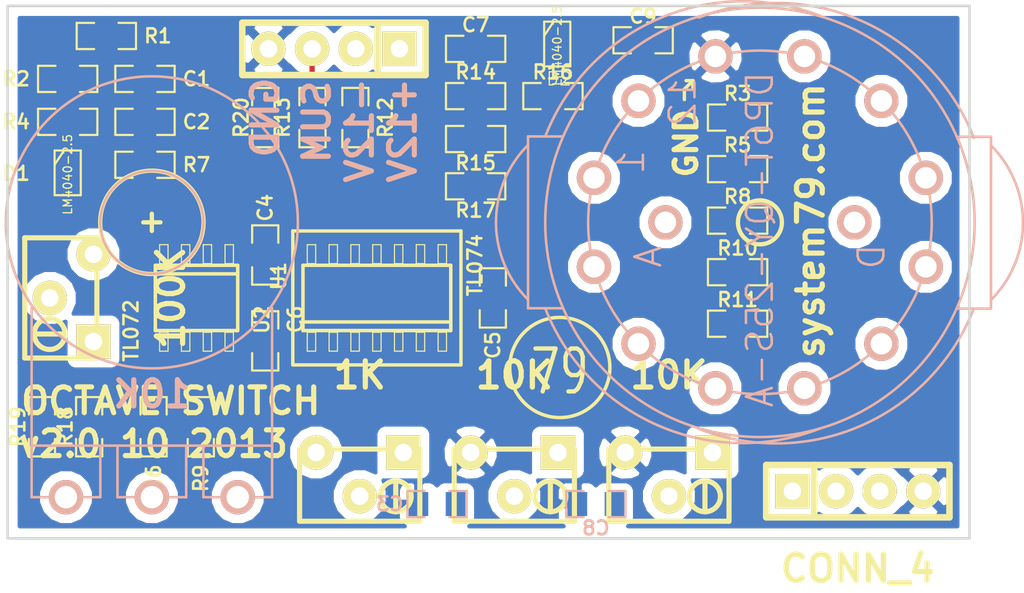
<source format=kicad_pcb>
(kicad_pcb (version 3) (host pcbnew "(2013-03-31 BZR 4008)-stable")

  (general
    (links 84)
    (no_connects 64)
    (area 24.67794 16.67832 83.731401 54.07168)
    (thickness 1.6)
    (drawings 24)
    (tracks 33)
    (zones 0)
    (modules 41)
    (nets 31)
  )

  (page A3)
  (layers
    (15 F.Cu signal)
    (0 B.Cu signal)
    (16 B.Adhes user)
    (17 F.Adhes user)
    (18 B.Paste user)
    (19 F.Paste user)
    (20 B.SilkS user)
    (21 F.SilkS user)
    (22 B.Mask user)
    (23 F.Mask user)
    (24 Dwgs.User user)
    (25 Cmts.User user)
    (26 Eco1.User user)
    (27 Eco2.User user)
    (28 Edge.Cuts user)
  )

  (setup
    (last_trace_width 0.3048)
    (trace_clearance 0.3556)
    (zone_clearance 0.508)
    (zone_45_only no)
    (trace_min 0.254)
    (segment_width 0.25)
    (edge_width 0.15)
    (via_size 1.143)
    (via_drill 0.635)
    (via_min_size 0.889)
    (via_min_drill 0.508)
    (uvia_size 0.508)
    (uvia_drill 0.127)
    (uvias_allowed no)
    (uvia_min_size 0.508)
    (uvia_min_drill 0.127)
    (pcb_text_width 0.3)
    (pcb_text_size 1.5 1.5)
    (mod_edge_width 0.15)
    (mod_text_size 1.5 1.5)
    (mod_text_width 0.15)
    (pad_size 2 2)
    (pad_drill 1.25)
    (pad_to_mask_clearance 0.02)
    (aux_axis_origin 0 0)
    (visible_elements 7FFF7FBF)
    (pcbplotparams
      (layerselection 284196865)
      (usegerberextensions true)
      (excludeedgelayer true)
      (linewidth 152400)
      (plotframeref false)
      (viasonmask false)
      (mode 1)
      (useauxorigin false)
      (hpglpennumber 1)
      (hpglpenspeed 20)
      (hpglpendiameter 15)
      (hpglpenoverlay 2)
      (psnegative false)
      (psa4output false)
      (plotreference true)
      (plotvalue false)
      (plotothertext true)
      (plotinvisibletext false)
      (padsonsilk false)
      (subtractmaskfromsilk true)
      (outputformat 1)
      (mirror false)
      (drillshape 0)
      (scaleselection 1)
      (outputdirectory Gerbers/))
  )

  (net 0 "")
  (net 1 +0.500V)
  (net 2 +12V)
  (net 3 +2.5V)
  (net 4 +5.00V)
  (net 5 -0.500V)
  (net 6 -12V)
  (net 7 -2.5V)
  (net 8 GND)
  (net 9 N-000001)
  (net 10 N-0000010)
  (net 11 N-0000015)
  (net 12 N-0000016)
  (net 13 N-0000017)
  (net 14 N-0000018)
  (net 15 N-0000019)
  (net 16 N-000002)
  (net 17 N-0000020)
  (net 18 N-0000021)
  (net 19 N-0000022)
  (net 20 N-0000023)
  (net 21 N-0000025)
  (net 22 N-0000026)
  (net 23 N-000003)
  (net 24 N-0000030)
  (net 25 N-0000031)
  (net 26 N-000004)
  (net 27 N-000007)
  (net 28 N-000008)
  (net 29 N-000009)
  (net 30 "SUM OUT")

  (net_class Default "This is the default net class."
    (clearance 0.3556)
    (trace_width 0.3048)
    (via_dia 1.143)
    (via_drill 0.635)
    (uvia_dia 0.508)
    (uvia_drill 0.127)
    (add_net "")
    (add_net +0.500V)
    (add_net +2.5V)
    (add_net +5.00V)
    (add_net -0.500V)
    (add_net -2.5V)
    (add_net N-000001)
    (add_net N-0000010)
    (add_net N-0000015)
    (add_net N-0000016)
    (add_net N-0000017)
    (add_net N-0000018)
    (add_net N-0000019)
    (add_net N-000002)
    (add_net N-0000020)
    (add_net N-0000021)
    (add_net N-0000022)
    (add_net N-0000023)
    (add_net N-0000025)
    (add_net N-0000026)
    (add_net N-000003)
    (add_net N-0000030)
    (add_net N-0000031)
    (add_net N-000004)
    (add_net N-000007)
    (add_net N-000008)
    (add_net N-000009)
    (add_net "SUM OUT")
  )

  (net_class POWER ""
    (clearance 0.4064)
    (trace_width 0.3556)
    (via_dia 1.143)
    (via_drill 0.635)
    (uvia_dia 0.508)
    (uvia_drill 0.127)
    (add_net +12V)
    (add_net -12V)
    (add_net GND)
  )

  (module RV16A-41   locked (layer B.Cu) (tedit 51A159F7) (tstamp 51A1666F)
    (at 34.4 32.6 180)
    (path /519D12D5)
    (fp_text reference POT1 (at 0 13 180) (layer B.SilkS) hide
      (effects (font (size 1.524 1.524) (thickness 0.3048)) (justify mirror))
    )
    (fp_text value 10K (at 0 -9.99998 180) (layer B.SilkS)
      (effects (font (size 1.524 1.524) (thickness 0.3048)) (justify mirror))
    )
    (fp_line (start -3 -13) (end -3 -16) (layer B.SilkS) (width 0.15))
    (fp_line (start -3 -16) (end -7 -16) (layer B.SilkS) (width 0.15))
    (fp_line (start 2 -13) (end 2 -16) (layer B.SilkS) (width 0.15))
    (fp_line (start 2 -16) (end -2 -16) (layer B.SilkS) (width 0.15))
    (fp_line (start -2 -16) (end -2 -13) (layer B.SilkS) (width 0.15))
    (fp_line (start 7 -16) (end 3 -16) (layer B.SilkS) (width 0.15))
    (fp_line (start 3 -16) (end 3 -13) (layer B.SilkS) (width 0.15))
    (fp_line (start -7 -13) (end 7 -13) (layer B.SilkS) (width 0.15))
    (fp_line (start 7 -16) (end 7 -5) (layer B.SilkS) (width 0.15))
    (fp_line (start -7 -16) (end -7 -5) (layer B.SilkS) (width 0.15))
    (fp_circle (center 0 0) (end 0 -3) (layer B.SilkS) (width 0.15))
    (fp_circle (center 0 0) (end 0 -8.5) (layer B.SilkS) (width 0.15))
    (pad 2 thru_hole circle (at 0 -16 180) (size 1.99898 1.99898) (drill 1.30048)
      (layers *.Cu *.Mask B.SilkS)
      (net 20 N-0000023)
    )
    (pad 3 thru_hole circle (at 5 -16 180) (size 1.99898 1.99898) (drill 1.30048)
      (layers *.Cu *.Mask B.SilkS)
      (net 1 +0.500V)
    )
    (pad 1 thru_hole circle (at -5 -16 180) (size 1.99898 1.99898) (drill 1.30048)
      (layers *.Cu *.Mask B.SilkS)
      (net 5 -0.500V)
    )
  )

  (module SOT23 (layer F.Cu) (tedit 51B64960) (tstamp 51B3EE73)
    (at 29.5 29.75 270)
    (tags SOT23)
    (path /519D2401)
    (fp_text reference D1 (at 0 3 360) (layer F.SilkS)
      (effects (font (size 0.8128 0.8128) (thickness 0.1524)))
    )
    (fp_text value LM4040-2.5 (at 0.0635 0 270) (layer F.SilkS)
      (effects (font (size 0.50038 0.50038) (thickness 0.0762)))
    )
    (fp_line (start -0.508 0.762) (end -1.27 0.254) (layer F.SilkS) (width 0.127))
    (fp_line (start 1.27 0.762) (end -1.3335 0.762) (layer F.SilkS) (width 0.127))
    (fp_line (start -1.3335 0.762) (end -1.3335 -0.762) (layer F.SilkS) (width 0.127))
    (fp_line (start -1.3335 -0.762) (end 1.27 -0.762) (layer F.SilkS) (width 0.127))
    (fp_line (start 1.27 -0.762) (end 1.27 0.762) (layer F.SilkS) (width 0.127))
    (pad 3 smd rect (at 0 -1.27 270) (size 0.70104 1.00076)
      (layers F.Cu F.Paste F.Mask)
    )
    (pad 2 smd rect (at 0.9525 1.27 270) (size 0.70104 1.00076)
      (layers F.Cu F.Paste F.Mask)
      (net 8 GND)
    )
    (pad 1 smd rect (at -0.9525 1.27 270) (size 0.70104 1.00076)
      (layers F.Cu F.Paste F.Mask)
      (net 27 N-000007)
    )
    (model smd/SOT23_6.wrl
      (at (xyz 0 0 0))
      (scale (xyz 0.11 0.11 0.11))
      (rotate (xyz 0 0 -180))
    )
  )

  (module SM0805-HAND (layer F.Cu) (tedit 51B6498C) (tstamp 51A17943)
    (at 41 39.5 270)
    (path /519D2BE9)
    (attr smd)
    (fp_text reference C6 (at -1.25 -1.75 270) (layer F.SilkS)
      (effects (font (size 0.8128 0.8128) (thickness 0.1524)))
    )
    (fp_text value 0.1u (at 0 0 270) (layer F.SilkS) hide
      (effects (font (size 0.635 0.635) (thickness 0.127)))
    )
    (fp_line (start -0.7112 0.762) (end -1.7272 0.762) (layer F.SilkS) (width 0.127))
    (fp_line (start -1.7272 0.762) (end -1.7272 -0.762) (layer F.SilkS) (width 0.127))
    (fp_line (start -1.7272 -0.762) (end -0.7112 -0.762) (layer F.SilkS) (width 0.127))
    (fp_line (start 0.7112 -0.762) (end 1.7272 -0.762) (layer F.SilkS) (width 0.127))
    (fp_line (start 1.7272 -0.762) (end 1.7272 0.762) (layer F.SilkS) (width 0.127))
    (fp_line (start 1.7272 0.762) (end 0.7112 0.762) (layer F.SilkS) (width 0.127))
    (pad 1 smd rect (at -1.0795 0 270) (size 1.143 1.397)
      (layers F.Cu F.Paste F.Mask)
      (net 2 +12V)
    )
    (pad 2 smd rect (at 1.0795 0 270) (size 1.143 1.397)
      (layers F.Cu F.Paste F.Mask)
      (net 8 GND)
    )
    (model smd/chip_cms.wrl
      (at (xyz 0 0 0))
      (scale (xyz 0.1 0.1 0.1))
      (rotate (xyz 0 0 0))
    )
  )

  (module SM0805-HAND (layer F.Cu) (tedit 51B6496A) (tstamp 51A17936)
    (at 41 34.5 270)
    (path /519D2BE3)
    (attr smd)
    (fp_text reference C4 (at -2.75 0 270) (layer F.SilkS)
      (effects (font (size 0.8128 0.8128) (thickness 0.1524)))
    )
    (fp_text value 0.1u (at 0 0 270) (layer F.SilkS) hide
      (effects (font (size 0.635 0.635) (thickness 0.127)))
    )
    (fp_line (start -0.7112 0.762) (end -1.7272 0.762) (layer F.SilkS) (width 0.127))
    (fp_line (start -1.7272 0.762) (end -1.7272 -0.762) (layer F.SilkS) (width 0.127))
    (fp_line (start -1.7272 -0.762) (end -0.7112 -0.762) (layer F.SilkS) (width 0.127))
    (fp_line (start 0.7112 -0.762) (end 1.7272 -0.762) (layer F.SilkS) (width 0.127))
    (fp_line (start 1.7272 -0.762) (end 1.7272 0.762) (layer F.SilkS) (width 0.127))
    (fp_line (start 1.7272 0.762) (end 0.7112 0.762) (layer F.SilkS) (width 0.127))
    (pad 1 smd rect (at -1.0795 0 270) (size 1.143 1.397)
      (layers F.Cu F.Paste F.Mask)
      (net 8 GND)
    )
    (pad 2 smd rect (at 1.0795 0 270) (size 1.143 1.397)
      (layers F.Cu F.Paste F.Mask)
      (net 6 -12V)
    )
    (model smd/chip_cms.wrl
      (at (xyz 0 0 0))
      (scale (xyz 0.1 0.1 0.1))
      (rotate (xyz 0 0 0))
    )
  )

  (module SM0805-HAND (layer F.Cu) (tedit 51B64916) (tstamp 51A17CBF)
    (at 43.75 26.5 90)
    (path /519D2BD8)
    (attr smd)
    (fp_text reference R13 (at 0 -1.75 90) (layer F.SilkS)
      (effects (font (size 0.8128 0.8128) (thickness 0.1524)))
    )
    (fp_text value 100K (at 0 0 90) (layer F.SilkS) hide
      (effects (font (size 0.635 0.635) (thickness 0.127)))
    )
    (fp_line (start -0.7112 0.762) (end -1.7272 0.762) (layer F.SilkS) (width 0.127))
    (fp_line (start -1.7272 0.762) (end -1.7272 -0.762) (layer F.SilkS) (width 0.127))
    (fp_line (start -1.7272 -0.762) (end -0.7112 -0.762) (layer F.SilkS) (width 0.127))
    (fp_line (start 0.7112 -0.762) (end 1.7272 -0.762) (layer F.SilkS) (width 0.127))
    (fp_line (start 1.7272 -0.762) (end 1.7272 0.762) (layer F.SilkS) (width 0.127))
    (fp_line (start 1.7272 0.762) (end 0.7112 0.762) (layer F.SilkS) (width 0.127))
    (pad 1 smd rect (at -1.0795 0 90) (size 1.143 1.397)
      (layers F.Cu F.Paste F.Mask)
      (net 9 N-000001)
    )
    (pad 2 smd rect (at 1.0795 0 90) (size 1.143 1.397)
      (layers F.Cu F.Paste F.Mask)
      (net 30 "SUM OUT")
    )
    (model smd/chip_cms.wrl
      (at (xyz 0 0 0))
      (scale (xyz 0.1 0.1 0.1))
      (rotate (xyz 0 0 0))
    )
  )

  (module SM0805-HAND (layer F.Cu) (tedit 512397DC) (tstamp 51A1791C)
    (at 68.5 38.5)
    (path /519D2B88)
    (attr smd)
    (fp_text reference R11 (at 0 -1.397) (layer F.SilkS)
      (effects (font (size 0.8128 0.8128) (thickness 0.1524)))
    )
    (fp_text value 10K (at 0 0) (layer F.SilkS) hide
      (effects (font (size 0.635 0.635) (thickness 0.127)))
    )
    (fp_line (start -0.7112 0.762) (end -1.7272 0.762) (layer F.SilkS) (width 0.127))
    (fp_line (start -1.7272 0.762) (end -1.7272 -0.762) (layer F.SilkS) (width 0.127))
    (fp_line (start -1.7272 -0.762) (end -0.7112 -0.762) (layer F.SilkS) (width 0.127))
    (fp_line (start 0.7112 -0.762) (end 1.7272 -0.762) (layer F.SilkS) (width 0.127))
    (fp_line (start 1.7272 -0.762) (end 1.7272 0.762) (layer F.SilkS) (width 0.127))
    (fp_line (start 1.7272 0.762) (end 0.7112 0.762) (layer F.SilkS) (width 0.127))
    (pad 1 smd rect (at -1.0795 0) (size 1.143 1.397)
      (layers F.Cu F.Paste F.Mask)
      (net 12 N-0000016)
    )
    (pad 2 smd rect (at 1.0795 0) (size 1.143 1.397)
      (layers F.Cu F.Paste F.Mask)
      (net 4 +5.00V)
    )
    (model smd/chip_cms.wrl
      (at (xyz 0 0 0))
      (scale (xyz 0.1 0.1 0.1))
      (rotate (xyz 0 0 0))
    )
  )

  (module SM0805-HAND (layer F.Cu) (tedit 512397DC) (tstamp 51A1790F)
    (at 68.5 35.5)
    (path /519D2B82)
    (attr smd)
    (fp_text reference R10 (at 0 -1.397) (layer F.SilkS)
      (effects (font (size 0.8128 0.8128) (thickness 0.1524)))
    )
    (fp_text value 10K (at 0 0) (layer F.SilkS) hide
      (effects (font (size 0.635 0.635) (thickness 0.127)))
    )
    (fp_line (start -0.7112 0.762) (end -1.7272 0.762) (layer F.SilkS) (width 0.127))
    (fp_line (start -1.7272 0.762) (end -1.7272 -0.762) (layer F.SilkS) (width 0.127))
    (fp_line (start -1.7272 -0.762) (end -0.7112 -0.762) (layer F.SilkS) (width 0.127))
    (fp_line (start 0.7112 -0.762) (end 1.7272 -0.762) (layer F.SilkS) (width 0.127))
    (fp_line (start 1.7272 -0.762) (end 1.7272 0.762) (layer F.SilkS) (width 0.127))
    (fp_line (start 1.7272 0.762) (end 0.7112 0.762) (layer F.SilkS) (width 0.127))
    (pad 1 smd rect (at -1.0795 0) (size 1.143 1.397)
      (layers F.Cu F.Paste F.Mask)
      (net 11 N-0000015)
    )
    (pad 2 smd rect (at 1.0795 0) (size 1.143 1.397)
      (layers F.Cu F.Paste F.Mask)
      (net 12 N-0000016)
    )
    (model smd/chip_cms.wrl
      (at (xyz 0 0 0))
      (scale (xyz 0.1 0.1 0.1))
      (rotate (xyz 0 0 0))
    )
  )

  (module SM0805-HAND (layer F.Cu) (tedit 512397DC) (tstamp 51A17902)
    (at 68.5 32.5)
    (path /519D2B7C)
    (attr smd)
    (fp_text reference R8 (at 0 -1.397) (layer F.SilkS)
      (effects (font (size 0.8128 0.8128) (thickness 0.1524)))
    )
    (fp_text value 10K (at 0 0) (layer F.SilkS) hide
      (effects (font (size 0.635 0.635) (thickness 0.127)))
    )
    (fp_line (start -0.7112 0.762) (end -1.7272 0.762) (layer F.SilkS) (width 0.127))
    (fp_line (start -1.7272 0.762) (end -1.7272 -0.762) (layer F.SilkS) (width 0.127))
    (fp_line (start -1.7272 -0.762) (end -0.7112 -0.762) (layer F.SilkS) (width 0.127))
    (fp_line (start 0.7112 -0.762) (end 1.7272 -0.762) (layer F.SilkS) (width 0.127))
    (fp_line (start 1.7272 -0.762) (end 1.7272 0.762) (layer F.SilkS) (width 0.127))
    (fp_line (start 1.7272 0.762) (end 0.7112 0.762) (layer F.SilkS) (width 0.127))
    (pad 1 smd rect (at -1.0795 0) (size 1.143 1.397)
      (layers F.Cu F.Paste F.Mask)
      (net 26 N-000004)
    )
    (pad 2 smd rect (at 1.0795 0) (size 1.143 1.397)
      (layers F.Cu F.Paste F.Mask)
      (net 11 N-0000015)
    )
    (model smd/chip_cms.wrl
      (at (xyz 0 0 0))
      (scale (xyz 0.1 0.1 0.1))
      (rotate (xyz 0 0 0))
    )
  )

  (module SM0805-HAND (layer F.Cu) (tedit 512397DC) (tstamp 51A178F5)
    (at 68.5 29.5)
    (path /519D2B76)
    (attr smd)
    (fp_text reference R5 (at 0 -1.397) (layer F.SilkS)
      (effects (font (size 0.8128 0.8128) (thickness 0.1524)))
    )
    (fp_text value 10K (at 0 0) (layer F.SilkS) hide
      (effects (font (size 0.635 0.635) (thickness 0.127)))
    )
    (fp_line (start -0.7112 0.762) (end -1.7272 0.762) (layer F.SilkS) (width 0.127))
    (fp_line (start -1.7272 0.762) (end -1.7272 -0.762) (layer F.SilkS) (width 0.127))
    (fp_line (start -1.7272 -0.762) (end -0.7112 -0.762) (layer F.SilkS) (width 0.127))
    (fp_line (start 0.7112 -0.762) (end 1.7272 -0.762) (layer F.SilkS) (width 0.127))
    (fp_line (start 1.7272 -0.762) (end 1.7272 0.762) (layer F.SilkS) (width 0.127))
    (fp_line (start 1.7272 0.762) (end 0.7112 0.762) (layer F.SilkS) (width 0.127))
    (pad 1 smd rect (at -1.0795 0) (size 1.143 1.397)
      (layers F.Cu F.Paste F.Mask)
      (net 23 N-000003)
    )
    (pad 2 smd rect (at 1.0795 0) (size 1.143 1.397)
      (layers F.Cu F.Paste F.Mask)
      (net 26 N-000004)
    )
    (model smd/chip_cms.wrl
      (at (xyz 0 0 0))
      (scale (xyz 0.1 0.1 0.1))
      (rotate (xyz 0 0 0))
    )
  )

  (module SM0805-HAND (layer F.Cu) (tedit 512397DC) (tstamp 51C46775)
    (at 68.5 26.5)
    (path /519D2B70)
    (attr smd)
    (fp_text reference R3 (at 0 -1.397) (layer F.SilkS)
      (effects (font (size 0.8128 0.8128) (thickness 0.1524)))
    )
    (fp_text value 10K (at 0 0) (layer F.SilkS) hide
      (effects (font (size 0.635 0.635) (thickness 0.127)))
    )
    (fp_line (start -0.7112 0.762) (end -1.7272 0.762) (layer F.SilkS) (width 0.127))
    (fp_line (start -1.7272 0.762) (end -1.7272 -0.762) (layer F.SilkS) (width 0.127))
    (fp_line (start -1.7272 -0.762) (end -0.7112 -0.762) (layer F.SilkS) (width 0.127))
    (fp_line (start 0.7112 -0.762) (end 1.7272 -0.762) (layer F.SilkS) (width 0.127))
    (fp_line (start 1.7272 -0.762) (end 1.7272 0.762) (layer F.SilkS) (width 0.127))
    (fp_line (start 1.7272 0.762) (end 0.7112 0.762) (layer F.SilkS) (width 0.127))
    (pad 1 smd rect (at -1.0795 0) (size 1.143 1.397)
      (layers F.Cu F.Paste F.Mask)
      (net 8 GND)
    )
    (pad 2 smd rect (at 1.0795 0) (size 1.143 1.397)
      (layers F.Cu F.Paste F.Mask)
      (net 23 N-000003)
    )
    (model smd/chip_cms.wrl
      (at (xyz 0 0 0))
      (scale (xyz 0.1 0.1 0.1))
      (rotate (xyz 0 0 0))
    )
  )

  (module SM0805-HAND (layer F.Cu) (tedit 51B64939) (tstamp 525DFA7B)
    (at 34 29.25)
    (path /519D2A89)
    (attr smd)
    (fp_text reference R7 (at 3 0) (layer F.SilkS)
      (effects (font (size 0.8128 0.8128) (thickness 0.1524)))
    )
    (fp_text value 33K (at 0 0) (layer F.SilkS) hide
      (effects (font (size 0.635 0.635) (thickness 0.127)))
    )
    (fp_line (start -0.7112 0.762) (end -1.7272 0.762) (layer F.SilkS) (width 0.127))
    (fp_line (start -1.7272 0.762) (end -1.7272 -0.762) (layer F.SilkS) (width 0.127))
    (fp_line (start -1.7272 -0.762) (end -0.7112 -0.762) (layer F.SilkS) (width 0.127))
    (fp_line (start 0.7112 -0.762) (end 1.7272 -0.762) (layer F.SilkS) (width 0.127))
    (fp_line (start 1.7272 -0.762) (end 1.7272 0.762) (layer F.SilkS) (width 0.127))
    (fp_line (start 1.7272 0.762) (end 0.7112 0.762) (layer F.SilkS) (width 0.127))
    (pad 1 smd rect (at -1.0795 0) (size 1.143 1.397)
      (layers F.Cu F.Paste F.Mask)
      (net 10 N-0000010)
    )
    (pad 2 smd rect (at 1.0795 0) (size 1.143 1.397)
      (layers F.Cu F.Paste F.Mask)
      (net 3 +2.5V)
    )
    (model smd/chip_cms.wrl
      (at (xyz 0 0 0))
      (scale (xyz 0.1 0.1 0.1))
      (rotate (xyz 0 0 0))
    )
  )

  (module SM0805-HAND (layer F.Cu) (tedit 51B64920) (tstamp 51A178CE)
    (at 29.5 24.25)
    (path /519D2A6D)
    (attr smd)
    (fp_text reference R2 (at -3 0) (layer F.SilkS)
      (effects (font (size 0.8128 0.8128) (thickness 0.1524)))
    )
    (fp_text value 4.7K (at 0 0) (layer F.SilkS) hide
      (effects (font (size 0.635 0.635) (thickness 0.127)))
    )
    (fp_line (start -0.7112 0.762) (end -1.7272 0.762) (layer F.SilkS) (width 0.127))
    (fp_line (start -1.7272 0.762) (end -1.7272 -0.762) (layer F.SilkS) (width 0.127))
    (fp_line (start -1.7272 -0.762) (end -0.7112 -0.762) (layer F.SilkS) (width 0.127))
    (fp_line (start 0.7112 -0.762) (end 1.7272 -0.762) (layer F.SilkS) (width 0.127))
    (fp_line (start 1.7272 -0.762) (end 1.7272 0.762) (layer F.SilkS) (width 0.127))
    (fp_line (start 1.7272 0.762) (end 0.7112 0.762) (layer F.SilkS) (width 0.127))
    (pad 1 smd rect (at -1.0795 0) (size 1.143 1.397)
      (layers F.Cu F.Paste F.Mask)
      (net 27 N-000007)
    )
    (pad 2 smd rect (at 1.0795 0) (size 1.143 1.397)
      (layers F.Cu F.Paste F.Mask)
      (net 28 N-000008)
    )
    (model smd/chip_cms.wrl
      (at (xyz 0 0 0))
      (scale (xyz 0.1 0.1 0.1))
      (rotate (xyz 0 0 0))
    )
  )

  (module SM0805-HAND (layer F.Cu) (tedit 51B64934) (tstamp 51A178C1)
    (at 34 24.25)
    (path /519D1988)
    (attr smd)
    (fp_text reference C1 (at 3 0) (layer F.SilkS)
      (effects (font (size 0.8128 0.8128) (thickness 0.1524)))
    )
    (fp_text value 0.1u (at 0 0) (layer F.SilkS) hide
      (effects (font (size 0.635 0.635) (thickness 0.127)))
    )
    (fp_line (start -0.7112 0.762) (end -1.7272 0.762) (layer F.SilkS) (width 0.127))
    (fp_line (start -1.7272 0.762) (end -1.7272 -0.762) (layer F.SilkS) (width 0.127))
    (fp_line (start -1.7272 -0.762) (end -0.7112 -0.762) (layer F.SilkS) (width 0.127))
    (fp_line (start 0.7112 -0.762) (end 1.7272 -0.762) (layer F.SilkS) (width 0.127))
    (fp_line (start 1.7272 -0.762) (end 1.7272 0.762) (layer F.SilkS) (width 0.127))
    (fp_line (start 1.7272 0.762) (end 0.7112 0.762) (layer F.SilkS) (width 0.127))
    (pad 1 smd rect (at -1.0795 0) (size 1.143 1.397)
      (layers F.Cu F.Paste F.Mask)
      (net 28 N-000008)
    )
    (pad 2 smd rect (at 1.0795 0) (size 1.143 1.397)
      (layers F.Cu F.Paste F.Mask)
      (net 8 GND)
    )
    (model smd/chip_cms.wrl
      (at (xyz 0 0 0))
      (scale (xyz 0.1 0.1 0.1))
      (rotate (xyz 0 0 0))
    )
  )

  (module SM0805-HAND (layer F.Cu) (tedit 51B64919) (tstamp 51A178B4)
    (at 46.25 26.5 90)
    (path /519D163B)
    (attr smd)
    (fp_text reference R12 (at 0 1.75 90) (layer F.SilkS)
      (effects (font (size 0.8128 0.8128) (thickness 0.1524)))
    )
    (fp_text value 100K (at 0 0 90) (layer F.SilkS) hide
      (effects (font (size 0.635 0.635) (thickness 0.127)))
    )
    (fp_line (start -0.7112 0.762) (end -1.7272 0.762) (layer F.SilkS) (width 0.127))
    (fp_line (start -1.7272 0.762) (end -1.7272 -0.762) (layer F.SilkS) (width 0.127))
    (fp_line (start -1.7272 -0.762) (end -0.7112 -0.762) (layer F.SilkS) (width 0.127))
    (fp_line (start 0.7112 -0.762) (end 1.7272 -0.762) (layer F.SilkS) (width 0.127))
    (fp_line (start 1.7272 -0.762) (end 1.7272 0.762) (layer F.SilkS) (width 0.127))
    (fp_line (start 1.7272 0.762) (end 0.7112 0.762) (layer F.SilkS) (width 0.127))
    (pad 1 smd rect (at -1.0795 0 90) (size 1.143 1.397)
      (layers F.Cu F.Paste F.Mask)
      (net 16 N-000002)
    )
    (pad 2 smd rect (at 1.0795 0 90) (size 1.143 1.397)
      (layers F.Cu F.Paste F.Mask)
      (net 30 "SUM OUT")
    )
    (model smd/chip_cms.wrl
      (at (xyz 0 0 0))
      (scale (xyz 0.1 0.1 0.1))
      (rotate (xyz 0 0 0))
    )
  )

  (module SM0805-HAND (layer F.Cu) (tedit 51B6496E) (tstamp 525E0007)
    (at 54.25 37 270)
    (path /519D1571)
    (attr smd)
    (fp_text reference C5 (at 2.75 0 270) (layer F.SilkS)
      (effects (font (size 0.8128 0.8128) (thickness 0.1524)))
    )
    (fp_text value 0.001u (at 0 0 270) (layer F.SilkS) hide
      (effects (font (size 0.635 0.635) (thickness 0.127)))
    )
    (fp_line (start -0.7112 0.762) (end -1.7272 0.762) (layer F.SilkS) (width 0.127))
    (fp_line (start -1.7272 0.762) (end -1.7272 -0.762) (layer F.SilkS) (width 0.127))
    (fp_line (start -1.7272 -0.762) (end -0.7112 -0.762) (layer F.SilkS) (width 0.127))
    (fp_line (start 0.7112 -0.762) (end 1.7272 -0.762) (layer F.SilkS) (width 0.127))
    (fp_line (start 1.7272 -0.762) (end 1.7272 0.762) (layer F.SilkS) (width 0.127))
    (fp_line (start 1.7272 0.762) (end 0.7112 0.762) (layer F.SilkS) (width 0.127))
    (pad 1 smd rect (at -1.0795 0 270) (size 1.143 1.397)
      (layers F.Cu F.Paste F.Mask)
      (net 21 N-0000025)
    )
    (pad 2 smd rect (at 1.0795 0 270) (size 1.143 1.397)
      (layers F.Cu F.Paste F.Mask)
      (net 8 GND)
    )
    (model smd/chip_cms.wrl
      (at (xyz 0 0 0))
      (scale (xyz 0.1 0.1 0.1))
      (rotate (xyz 0 0 0))
    )
  )

  (module SM0805-HAND (layer B.Cu) (tedit 51B64975) (tstamp 51A21D89)
    (at 51 49)
    (path /519D137C)
    (attr smd)
    (fp_text reference C3 (at -2.75 0) (layer B.SilkS)
      (effects (font (size 0.8128 0.8128) (thickness 0.1524)) (justify mirror))
    )
    (fp_text value 0.001u (at 0 0) (layer B.SilkS) hide
      (effects (font (size 0.635 0.635) (thickness 0.127)) (justify mirror))
    )
    (fp_line (start -0.7112 -0.762) (end -1.7272 -0.762) (layer B.SilkS) (width 0.127))
    (fp_line (start -1.7272 -0.762) (end -1.7272 0.762) (layer B.SilkS) (width 0.127))
    (fp_line (start -1.7272 0.762) (end -0.7112 0.762) (layer B.SilkS) (width 0.127))
    (fp_line (start 0.7112 0.762) (end 1.7272 0.762) (layer B.SilkS) (width 0.127))
    (fp_line (start 1.7272 0.762) (end 1.7272 -0.762) (layer B.SilkS) (width 0.127))
    (fp_line (start 1.7272 -0.762) (end 0.7112 -0.762) (layer B.SilkS) (width 0.127))
    (pad 1 smd rect (at -1.0795 0) (size 1.143 1.397)
      (layers B.Cu B.Paste B.Mask)
      (net 8 GND)
    )
    (pad 2 smd rect (at 1.0795 0) (size 1.143 1.397)
      (layers B.Cu B.Paste B.Mask)
      (net 5 -0.500V)
    )
    (model smd/chip_cms.wrl
      (at (xyz 0 0 0))
      (scale (xyz 0.1 0.1 0.1))
      (rotate (xyz 0 0 0))
    )
  )

  (module SM0805-HAND (layer F.Cu) (tedit 51B64997) (tstamp 525DFC6C)
    (at 37.25 44.5 270)
    (path /519D0FCF)
    (attr smd)
    (fp_text reference R9 (at 3 0 270) (layer F.SilkS)
      (effects (font (size 0.8128 0.8128) (thickness 0.1524)))
    )
    (fp_text value 9.53K (at 0 0 270) (layer F.SilkS) hide
      (effects (font (size 0.635 0.635) (thickness 0.127)))
    )
    (fp_line (start -0.7112 0.762) (end -1.7272 0.762) (layer F.SilkS) (width 0.127))
    (fp_line (start -1.7272 0.762) (end -1.7272 -0.762) (layer F.SilkS) (width 0.127))
    (fp_line (start -1.7272 -0.762) (end -0.7112 -0.762) (layer F.SilkS) (width 0.127))
    (fp_line (start 0.7112 -0.762) (end 1.7272 -0.762) (layer F.SilkS) (width 0.127))
    (fp_line (start 1.7272 -0.762) (end 1.7272 0.762) (layer F.SilkS) (width 0.127))
    (fp_line (start 1.7272 0.762) (end 0.7112 0.762) (layer F.SilkS) (width 0.127))
    (pad 1 smd rect (at -1.0795 0 270) (size 1.143 1.397)
      (layers F.Cu F.Paste F.Mask)
      (net 24 N-0000030)
    )
    (pad 2 smd rect (at 1.0795 0 270) (size 1.143 1.397)
      (layers F.Cu F.Paste F.Mask)
      (net 29 N-000009)
    )
    (model smd/chip_cms.wrl
      (at (xyz 0 0 0))
      (scale (xyz 0.1 0.1 0.1))
      (rotate (xyz 0 0 0))
    )
  )

  (module SM0805-HAND (layer F.Cu) (tedit 51B64942) (tstamp 51A17880)
    (at 34 26.75)
    (path /519D0F8A)
    (attr smd)
    (fp_text reference C2 (at 3 0) (layer F.SilkS)
      (effects (font (size 0.8128 0.8128) (thickness 0.1524)))
    )
    (fp_text value 0.1u (at 0 0) (layer F.SilkS) hide
      (effects (font (size 0.635 0.635) (thickness 0.127)))
    )
    (fp_line (start -0.7112 0.762) (end -1.7272 0.762) (layer F.SilkS) (width 0.127))
    (fp_line (start -1.7272 0.762) (end -1.7272 -0.762) (layer F.SilkS) (width 0.127))
    (fp_line (start -1.7272 -0.762) (end -0.7112 -0.762) (layer F.SilkS) (width 0.127))
    (fp_line (start 0.7112 -0.762) (end 1.7272 -0.762) (layer F.SilkS) (width 0.127))
    (fp_line (start 1.7272 -0.762) (end 1.7272 0.762) (layer F.SilkS) (width 0.127))
    (fp_line (start 1.7272 0.762) (end 0.7112 0.762) (layer F.SilkS) (width 0.127))
    (pad 1 smd rect (at -1.0795 0) (size 1.143 1.397)
      (layers F.Cu F.Paste F.Mask)
      (net 10 N-0000010)
    )
    (pad 2 smd rect (at 1.0795 0) (size 1.143 1.397)
      (layers F.Cu F.Paste F.Mask)
      (net 8 GND)
    )
    (model smd/chip_cms.wrl
      (at (xyz 0 0 0))
      (scale (xyz 0.1 0.1 0.1))
      (rotate (xyz 0 0 0))
    )
  )

  (module SM0805-HAND (layer F.Cu) (tedit 5243A385) (tstamp 525DFC52)
    (at 34.5 44.5 90)
    (path /519D0F4A)
    (attr smd)
    (fp_text reference R6 (at -3 0 90) (layer F.SilkS)
      (effects (font (size 0.8128 0.8128) (thickness 0.1524)))
    )
    (fp_text value 10K (at 0 0 90) (layer F.SilkS) hide
      (effects (font (size 0.635 0.635) (thickness 0.127)))
    )
    (fp_line (start -0.7112 0.762) (end -1.7272 0.762) (layer F.SilkS) (width 0.127))
    (fp_line (start -1.7272 0.762) (end -1.7272 -0.762) (layer F.SilkS) (width 0.127))
    (fp_line (start -1.7272 -0.762) (end -0.7112 -0.762) (layer F.SilkS) (width 0.127))
    (fp_line (start 0.7112 -0.762) (end 1.7272 -0.762) (layer F.SilkS) (width 0.127))
    (fp_line (start 1.7272 -0.762) (end 1.7272 0.762) (layer F.SilkS) (width 0.127))
    (fp_line (start 1.7272 0.762) (end 0.7112 0.762) (layer F.SilkS) (width 0.127))
    (pad 1 smd rect (at -1.0795 0 90) (size 1.143 1.397)
      (layers F.Cu F.Paste F.Mask)
      (net 8 GND)
    )
    (pad 2 smd rect (at 1.0795 0 90) (size 1.143 1.397)
      (layers F.Cu F.Paste F.Mask)
      (net 24 N-0000030)
    )
    (model smd/chip_cms.wrl
      (at (xyz 0 0 0))
      (scale (xyz 0.1 0.1 0.1))
      (rotate (xyz 0 0 0))
    )
  )

  (module SM0805-HAND (layer F.Cu) (tedit 51B64929) (tstamp 51A17866)
    (at 29.5 26.75)
    (path /519D0F44)
    (attr smd)
    (fp_text reference R4 (at -3 0) (layer F.SilkS)
      (effects (font (size 0.8128 0.8128) (thickness 0.1524)))
    )
    (fp_text value 33K (at 0 0) (layer F.SilkS) hide
      (effects (font (size 0.635 0.635) (thickness 0.127)))
    )
    (fp_line (start -0.7112 0.762) (end -1.7272 0.762) (layer F.SilkS) (width 0.127))
    (fp_line (start -1.7272 0.762) (end -1.7272 -0.762) (layer F.SilkS) (width 0.127))
    (fp_line (start -1.7272 -0.762) (end -0.7112 -0.762) (layer F.SilkS) (width 0.127))
    (fp_line (start 0.7112 -0.762) (end 1.7272 -0.762) (layer F.SilkS) (width 0.127))
    (fp_line (start 1.7272 -0.762) (end 1.7272 0.762) (layer F.SilkS) (width 0.127))
    (fp_line (start 1.7272 0.762) (end 0.7112 0.762) (layer F.SilkS) (width 0.127))
    (pad 1 smd rect (at -1.0795 0) (size 1.143 1.397)
      (layers F.Cu F.Paste F.Mask)
      (net 27 N-000007)
    )
    (pad 2 smd rect (at 1.0795 0) (size 1.143 1.397)
      (layers F.Cu F.Paste F.Mask)
      (net 10 N-0000010)
    )
    (model smd/chip_cms.wrl
      (at (xyz 0 0 0))
      (scale (xyz 0.1 0.1 0.1))
      (rotate (xyz 0 0 0))
    )
  )

  (module SM0805-HAND (layer F.Cu) (tedit 51B64925) (tstamp 51A17859)
    (at 31.75 21.75)
    (path /519D0F3E)
    (attr smd)
    (fp_text reference R1 (at 3 0) (layer F.SilkS)
      (effects (font (size 0.8128 0.8128) (thickness 0.1524)))
    )
    (fp_text value 4.7K (at 0 0) (layer F.SilkS) hide
      (effects (font (size 0.635 0.635) (thickness 0.127)))
    )
    (fp_line (start -0.7112 0.762) (end -1.7272 0.762) (layer F.SilkS) (width 0.127))
    (fp_line (start -1.7272 0.762) (end -1.7272 -0.762) (layer F.SilkS) (width 0.127))
    (fp_line (start -1.7272 -0.762) (end -0.7112 -0.762) (layer F.SilkS) (width 0.127))
    (fp_line (start 0.7112 -0.762) (end 1.7272 -0.762) (layer F.SilkS) (width 0.127))
    (fp_line (start 1.7272 -0.762) (end 1.7272 0.762) (layer F.SilkS) (width 0.127))
    (fp_line (start 1.7272 0.762) (end 0.7112 0.762) (layer F.SilkS) (width 0.127))
    (pad 1 smd rect (at -1.0795 0) (size 1.143 1.397)
      (layers F.Cu F.Paste F.Mask)
      (net 28 N-000008)
    )
    (pad 2 smd rect (at 1.0795 0) (size 1.143 1.397)
      (layers F.Cu F.Paste F.Mask)
      (net 2 +12V)
    )
    (model smd/chip_cms.wrl
      (at (xyz 0 0 0))
      (scale (xyz 0.1 0.1 0.1))
      (rotate (xyz 0 0 0))
    )
  )

  (module CONN_0100_X_4 (layer F.Cu) (tedit 51F423C4) (tstamp 51A1784C)
    (at 45 22.5 180)
    (path /519D2609)
    (fp_text reference P2 (at 0 -5.00126 180) (layer F.SilkS) hide
      (effects (font (size 1.524 1.524) (thickness 0.3048)))
    )
    (fp_text value CONN_4 (at 0 4.50088 180) (layer F.SilkS) hide
      (effects (font (size 1.524 1.524) (thickness 0.3048)))
    )
    (fp_line (start -2.54 -1.524) (end -2.54 1.524) (layer F.SilkS) (width 0.381))
    (fp_line (start -5.334 -1.524) (end -5.334 1.524) (layer F.SilkS) (width 0.381))
    (fp_line (start -5.334 1.524) (end 5.334 1.524) (layer F.SilkS) (width 0.381))
    (fp_line (start 5.334 1.524) (end 5.334 -1.524) (layer F.SilkS) (width 0.381))
    (fp_line (start 5.334 -1.524) (end -5.334 -1.524) (layer F.SilkS) (width 0.381))
    (pad 1 thru_hole rect (at -3.81 0 180) (size 1.99898 1.99898) (drill 1.016)
      (layers *.Cu *.Mask F.SilkS)
      (net 2 +12V)
    )
    (pad 2 thru_hole circle (at -1.27 0 180) (size 1.99898 1.99898) (drill 1.016)
      (layers *.Cu *.Mask F.SilkS)
      (net 6 -12V)
    )
    (pad 3 thru_hole circle (at 1.27 0 180) (size 1.99898 1.99898) (drill 1.016)
      (layers *.Cu *.Mask F.SilkS)
      (net 30 "SUM OUT")
    )
    (pad 4 thru_hole circle (at 3.81 0 180) (size 1.99898 1.99898) (drill 1.016)
      (layers *.Cu *.Mask F.SilkS)
      (net 8 GND)
    )
  )

  (module -SO14 (layer F.Cu) (tedit 51B6497E) (tstamp 5240F84E)
    (at 47.5 37)
    (descr "SMALL OUTLINE INTEGRATED CIRCUIT")
    (tags "SMALL OUTLINE INTEGRATED CIRCUIT")
    (path /5196B5A0)
    (attr smd)
    (fp_text reference U1 (at -5.715 -1.27 90) (layer F.SilkS)
      (effects (font (size 0.8128 0.8128) (thickness 0.1524)))
    )
    (fp_text value TL074 (at 5.715 -1.905 90) (layer F.SilkS)
      (effects (font (size 0.8128 0.8128) (thickness 0.1524)))
    )
    (fp_line (start -4.05384 3.0988) (end -3.56362 3.0988) (layer F.SilkS) (width 0.06604))
    (fp_line (start -3.56362 3.0988) (end -3.56362 1.99898) (layer F.SilkS) (width 0.06604))
    (fp_line (start -4.05384 1.99898) (end -3.56362 1.99898) (layer F.SilkS) (width 0.06604))
    (fp_line (start -4.05384 3.0988) (end -4.05384 1.99898) (layer F.SilkS) (width 0.06604))
    (fp_line (start -2.78384 3.0988) (end -2.29362 3.0988) (layer F.SilkS) (width 0.06604))
    (fp_line (start -2.29362 3.0988) (end -2.29362 1.99898) (layer F.SilkS) (width 0.06604))
    (fp_line (start -2.78384 1.99898) (end -2.29362 1.99898) (layer F.SilkS) (width 0.06604))
    (fp_line (start -2.78384 3.0988) (end -2.78384 1.99898) (layer F.SilkS) (width 0.06604))
    (fp_line (start -1.51384 3.0988) (end -1.02362 3.0988) (layer F.SilkS) (width 0.06604))
    (fp_line (start -1.02362 3.0988) (end -1.02362 1.99898) (layer F.SilkS) (width 0.06604))
    (fp_line (start -1.51384 1.99898) (end -1.02362 1.99898) (layer F.SilkS) (width 0.06604))
    (fp_line (start -1.51384 3.0988) (end -1.51384 1.99898) (layer F.SilkS) (width 0.06604))
    (fp_line (start -0.24384 3.0988) (end 0.24384 3.0988) (layer F.SilkS) (width 0.06604))
    (fp_line (start 0.24384 3.0988) (end 0.24384 1.99898) (layer F.SilkS) (width 0.06604))
    (fp_line (start -0.24384 1.99898) (end 0.24384 1.99898) (layer F.SilkS) (width 0.06604))
    (fp_line (start -0.24384 3.0988) (end -0.24384 1.99898) (layer F.SilkS) (width 0.06604))
    (fp_line (start -0.24384 -1.99898) (end 0.24384 -1.99898) (layer F.SilkS) (width 0.06604))
    (fp_line (start 0.24384 -1.99898) (end 0.24384 -3.0988) (layer F.SilkS) (width 0.06604))
    (fp_line (start -0.24384 -3.0988) (end 0.24384 -3.0988) (layer F.SilkS) (width 0.06604))
    (fp_line (start -0.24384 -1.99898) (end -0.24384 -3.0988) (layer F.SilkS) (width 0.06604))
    (fp_line (start -1.51384 -1.99898) (end -1.02362 -1.99898) (layer F.SilkS) (width 0.06604))
    (fp_line (start -1.02362 -1.99898) (end -1.02362 -3.0988) (layer F.SilkS) (width 0.06604))
    (fp_line (start -1.51384 -3.0988) (end -1.02362 -3.0988) (layer F.SilkS) (width 0.06604))
    (fp_line (start -1.51384 -1.99898) (end -1.51384 -3.0988) (layer F.SilkS) (width 0.06604))
    (fp_line (start -2.78384 -1.99898) (end -2.29362 -1.99898) (layer F.SilkS) (width 0.06604))
    (fp_line (start -2.29362 -1.99898) (end -2.29362 -3.0988) (layer F.SilkS) (width 0.06604))
    (fp_line (start -2.78384 -3.0988) (end -2.29362 -3.0988) (layer F.SilkS) (width 0.06604))
    (fp_line (start -2.78384 -1.99898) (end -2.78384 -3.0988) (layer F.SilkS) (width 0.06604))
    (fp_line (start -4.05384 -1.99898) (end -3.56362 -1.99898) (layer F.SilkS) (width 0.06604))
    (fp_line (start -3.56362 -1.99898) (end -3.56362 -3.0988) (layer F.SilkS) (width 0.06604))
    (fp_line (start -4.05384 -3.0988) (end -3.56362 -3.0988) (layer F.SilkS) (width 0.06604))
    (fp_line (start -4.05384 -1.99898) (end -4.05384 -3.0988) (layer F.SilkS) (width 0.06604))
    (fp_line (start 1.02362 3.0988) (end 1.51384 3.0988) (layer F.SilkS) (width 0.06604))
    (fp_line (start 1.51384 3.0988) (end 1.51384 1.99898) (layer F.SilkS) (width 0.06604))
    (fp_line (start 1.02362 1.99898) (end 1.51384 1.99898) (layer F.SilkS) (width 0.06604))
    (fp_line (start 1.02362 3.0988) (end 1.02362 1.99898) (layer F.SilkS) (width 0.06604))
    (fp_line (start 2.29362 3.0988) (end 2.78384 3.0988) (layer F.SilkS) (width 0.06604))
    (fp_line (start 2.78384 3.0988) (end 2.78384 1.99898) (layer F.SilkS) (width 0.06604))
    (fp_line (start 2.29362 1.99898) (end 2.78384 1.99898) (layer F.SilkS) (width 0.06604))
    (fp_line (start 2.29362 3.0988) (end 2.29362 1.99898) (layer F.SilkS) (width 0.06604))
    (fp_line (start 3.56362 3.0988) (end 4.05384 3.0988) (layer F.SilkS) (width 0.06604))
    (fp_line (start 4.05384 3.0988) (end 4.05384 1.99898) (layer F.SilkS) (width 0.06604))
    (fp_line (start 3.56362 1.99898) (end 4.05384 1.99898) (layer F.SilkS) (width 0.06604))
    (fp_line (start 3.56362 3.0988) (end 3.56362 1.99898) (layer F.SilkS) (width 0.06604))
    (fp_line (start 3.56362 -1.99898) (end 4.05384 -1.99898) (layer F.SilkS) (width 0.06604))
    (fp_line (start 4.05384 -1.99898) (end 4.05384 -3.0988) (layer F.SilkS) (width 0.06604))
    (fp_line (start 3.56362 -3.0988) (end 4.05384 -3.0988) (layer F.SilkS) (width 0.06604))
    (fp_line (start 3.56362 -1.99898) (end 3.56362 -3.0988) (layer F.SilkS) (width 0.06604))
    (fp_line (start 2.29362 -1.99898) (end 2.78384 -1.99898) (layer F.SilkS) (width 0.06604))
    (fp_line (start 2.78384 -1.99898) (end 2.78384 -3.0988) (layer F.SilkS) (width 0.06604))
    (fp_line (start 2.29362 -3.0988) (end 2.78384 -3.0988) (layer F.SilkS) (width 0.06604))
    (fp_line (start 2.29362 -1.99898) (end 2.29362 -3.0988) (layer F.SilkS) (width 0.06604))
    (fp_line (start 1.02362 -1.99898) (end 1.51384 -1.99898) (layer F.SilkS) (width 0.06604))
    (fp_line (start 1.51384 -1.99898) (end 1.51384 -3.0988) (layer F.SilkS) (width 0.06604))
    (fp_line (start 1.02362 -3.0988) (end 1.51384 -3.0988) (layer F.SilkS) (width 0.06604))
    (fp_line (start 1.02362 -1.99898) (end 1.02362 -3.0988) (layer F.SilkS) (width 0.06604))
    (fp_line (start -4.89458 -3.8989) (end 4.89458 -3.8989) (layer F.SilkS) (width 0.19812))
    (fp_line (start 4.89458 3.8989) (end -4.89458 3.8989) (layer F.SilkS) (width 0.19812))
    (fp_line (start -4.89458 3.8989) (end -4.89458 -3.8989) (layer F.SilkS) (width 0.19812))
    (fp_line (start 4.30276 1.89992) (end -4.30276 1.89992) (layer F.SilkS) (width 0.2032))
    (fp_line (start -4.30276 1.89992) (end -4.30276 1.39954) (layer F.SilkS) (width 0.2032))
    (fp_line (start -4.30276 1.39954) (end -4.30276 -1.89992) (layer F.SilkS) (width 0.2032))
    (fp_line (start 4.30276 1.39954) (end -4.30276 1.39954) (layer F.SilkS) (width 0.2032))
    (fp_line (start 4.30276 -1.89992) (end 4.30276 1.39954) (layer F.SilkS) (width 0.2032))
    (fp_line (start 4.30276 1.39954) (end 4.30276 1.89992) (layer F.SilkS) (width 0.2032))
    (fp_line (start 4.89458 -3.8989) (end 4.89458 3.8989) (layer F.SilkS) (width 0.19812))
    (fp_line (start -4.30276 -1.89992) (end 4.30276 -1.89992) (layer F.SilkS) (width 0.2032))
    (pad 1 smd rect (at -3.81 2.59842) (size 0.59944 2.19964)
      (layers F.Cu F.Paste F.Mask)
      (net 17 N-0000020)
    )
    (pad 2 smd rect (at -2.54 2.59842) (size 0.59944 2.19964)
      (layers F.Cu F.Paste F.Mask)
      (net 17 N-0000020)
    )
    (pad 3 smd rect (at -1.27 2.59842) (size 0.59944 2.19964)
      (layers F.Cu F.Paste F.Mask)
      (net 7 -2.5V)
    )
    (pad 4 smd rect (at 0 2.59842) (size 0.59944 2.19964)
      (layers F.Cu F.Paste F.Mask)
      (net 2 +12V)
    )
    (pad 5 smd rect (at 1.27 2.59842) (size 0.59944 2.19964)
      (layers F.Cu F.Paste F.Mask)
      (net 3 +2.5V)
    )
    (pad 6 smd rect (at 2.54 2.59842) (size 0.59944 2.19964)
      (layers F.Cu F.Paste F.Mask)
      (net 15 N-0000019)
    )
    (pad 7 smd rect (at 3.81 2.59842) (size 0.59944 2.19964)
      (layers F.Cu F.Paste F.Mask)
      (net 15 N-0000019)
    )
    (pad 8 smd rect (at 3.81 -2.59842) (size 0.59944 2.19964)
      (layers F.Cu F.Paste F.Mask)
      (net 16 N-000002)
    )
    (pad 9 smd rect (at 2.54 -2.59842) (size 0.59944 2.19964)
      (layers F.Cu F.Paste F.Mask)
      (net 16 N-000002)
    )
    (pad 10 smd rect (at 1.27 -2.59842) (size 0.59944 2.19964)
      (layers F.Cu F.Paste F.Mask)
      (net 21 N-0000025)
    )
    (pad 11 smd rect (at 0 -2.59842) (size 0.59944 2.19964)
      (layers F.Cu F.Paste F.Mask)
      (net 6 -12V)
    )
    (pad 12 smd rect (at -1.27 -2.59842) (size 0.59944 2.19964)
      (layers F.Cu F.Paste F.Mask)
      (net 20 N-0000023)
    )
    (pad 13 smd rect (at -2.54 -2.59842) (size 0.59944 2.19964)
      (layers F.Cu F.Paste F.Mask)
      (net 9 N-000001)
    )
    (pad 14 smd rect (at -3.81 -2.59842) (size 0.59944 2.19964)
      (layers F.Cu F.Paste F.Mask)
      (net 9 N-000001)
    )
  )

  (module QY-25S-2P6C-JRL   locked (layer B.Cu) (tedit 51B63AE2) (tstamp 51A179EF)
    (at 69.8 32.6 270)
    (path /51965C24)
    (fp_text reference SW1 (at 0 17 270) (layer B.SilkS) hide
      (effects (font (size 1.5 1.5) (thickness 0.15)) (justify mirror))
    )
    (fp_text value DP6T-QY-25S-A (at 1 0 270) (layer B.SilkS)
      (effects (font (size 1.5 1.5) (thickness 0.15)) (justify mirror))
    )
    (fp_text user 12 (at -7 4.5 270) (layer B.SilkS)
      (effects (font (size 1.5 1.5) (thickness 0.15)) (justify mirror))
    )
    (fp_text user 1 (at -3.5 7.5 270) (layer B.SilkS)
      (effects (font (size 1.5 1.5) (thickness 0.15)) (justify mirror))
    )
    (fp_text user D (at 2 -6.5 270) (layer B.SilkS)
      (effects (font (size 1.5 1.5) (thickness 0.15)) (justify mirror))
    )
    (fp_text user A (at 2 6.5 270) (layer B.SilkS)
      (effects (font (size 1.5 1.5) (thickness 0.15)) (justify mirror))
    )
    (fp_line (start -4.98 -13.45) (end 5.02 -13.45) (layer B.SilkS) (width 0.15))
    (fp_line (start -4.98 -13.45) (end -4.98 -11.45) (layer B.SilkS) (width 0.15))
    (fp_line (start 5.02 -13.45) (end 5.02 -11.45) (layer B.SilkS) (width 0.15))
    (fp_arc (start 0.02 -8.95) (end -4.48 -13.45) (angle 90) (layer B.SilkS) (width 0.15))
    (fp_arc (start 0.52 -0.95) (end 5.02 -12.45) (angle 90) (layer B.SilkS) (width 0.15))
    (fp_arc (start -0.42 -0.95) (end -4.92 -12.45) (angle -90) (layer B.SilkS) (width 0.15))
    (fp_arc (start -0.52 0.99) (end -5.02 12.49) (angle 90) (layer B.SilkS) (width 0.15))
    (fp_arc (start 0.5 1) (end 5 12.5) (angle -90) (layer B.SilkS) (width 0.15))
    (fp_arc (start 0 9) (end -4.5 13.5) (angle -90) (layer B.SilkS) (width 0.15))
    (fp_line (start 5 13.5) (end 5 11.5) (layer B.SilkS) (width 0.15))
    (fp_line (start -5 13.5) (end -5 11.5) (layer B.SilkS) (width 0.15))
    (fp_line (start -5 13.5) (end 5 13.5) (layer B.SilkS) (width 0.15))
    (fp_circle (center 0 0) (end 12.5 0) (layer B.SilkS) (width 0.15))
    (fp_circle (center 0 0) (end 0 10) (layer B.SilkS) (width 0.15))
    (pad 1 thru_hole circle (at -2.59 9.66 90) (size 2 2) (drill 1.25)
      (layers *.Cu *.Mask B.SilkS)
      (net 26 N-000004)
    )
    (pad 12 thru_hole circle (at -7.07 7.07 90) (size 2 2) (drill 1.25)
      (layers *.Cu *.Mask B.SilkS)
      (net 23 N-000003)
    )
    (pad 11 thru_hole circle (at -9.66 2.59 90) (size 2 2) (drill 1.25)
      (layers *.Cu *.Mask B.SilkS)
      (net 8 GND)
    )
    (pad 10 thru_hole circle (at -9.66 -2.59 90) (size 2 2) (drill 1.25)
      (layers *.Cu *.Mask B.SilkS)
    )
    (pad 9 thru_hole circle (at -7.07 -7.07 90) (size 2 2) (drill 1.25)
      (layers *.Cu *.Mask B.SilkS)
    )
    (pad 8 thru_hole circle (at -2.59 -9.66 90) (size 2 2) (drill 1.25)
      (layers *.Cu *.Mask B.SilkS)
    )
    (pad D thru_hole circle (at 0 -5.5 270) (size 2 2) (drill 1.25)
      (layers *.Cu *.Mask B.SilkS)
    )
    (pad A thru_hole circle (at 0 5.5 270) (size 2 2) (drill 1.25)
      (layers *.Cu *.Mask B.SilkS)
      (net 21 N-0000025)
    )
    (pad 2 thru_hole circle (at 2.59 9.66 270) (size 2 2) (drill 1.25)
      (layers *.Cu *.Mask B.SilkS)
      (net 11 N-0000015)
    )
    (pad 3 thru_hole circle (at 7.07 7.07 270) (size 2 2) (drill 1.25)
      (layers *.Cu *.Mask B.SilkS)
      (net 12 N-0000016)
    )
    (pad 4 thru_hole circle (at 9.66 2.59 270) (size 2 2) (drill 1.25)
      (layers *.Cu *.Mask B.SilkS)
      (net 4 +5.00V)
    )
    (pad 5 thru_hole circle (at 9.66 -2.59 270) (size 2 2) (drill 1.25)
      (layers *.Cu *.Mask B.SilkS)
    )
    (pad 6 thru_hole circle (at 7.07 -7.07 270) (size 2 2) (drill 1.25)
      (layers *.Cu *.Mask B.SilkS)
    )
    (pad 7 thru_hole circle (at 2.59 -9.66 270) (size 2 2) (drill 1.25)
      (layers *.Cu *.Mask B.SilkS)
    )
  )

  (module SOT23 (layer F.Cu) (tedit 4ECF7895) (tstamp 5240F434)
    (at 58 22.25 270)
    (tags SOT23)
    (path /5237C544)
    (fp_text reference D2 (at 1.99898 -0.09906 360) (layer F.SilkS)
      (effects (font (size 0.762 0.762) (thickness 0.0762)))
    )
    (fp_text value LM4040-2.5 (at 0.0635 0 270) (layer F.SilkS)
      (effects (font (size 0.50038 0.50038) (thickness 0.0762)))
    )
    (fp_line (start -0.508 0.762) (end -1.27 0.254) (layer F.SilkS) (width 0.127))
    (fp_line (start 1.27 0.762) (end -1.3335 0.762) (layer F.SilkS) (width 0.127))
    (fp_line (start -1.3335 0.762) (end -1.3335 -0.762) (layer F.SilkS) (width 0.127))
    (fp_line (start -1.3335 -0.762) (end 1.27 -0.762) (layer F.SilkS) (width 0.127))
    (fp_line (start 1.27 -0.762) (end 1.27 0.762) (layer F.SilkS) (width 0.127))
    (pad 3 smd rect (at 0 -1.27 270) (size 0.70104 1.00076)
      (layers F.Cu F.Paste F.Mask)
    )
    (pad 2 smd rect (at 0.9525 1.27 270) (size 0.70104 1.00076)
      (layers F.Cu F.Paste F.Mask)
      (net 18 N-0000021)
    )
    (pad 1 smd rect (at -0.9525 1.27 270) (size 0.70104 1.00076)
      (layers F.Cu F.Paste F.Mask)
      (net 8 GND)
    )
    (model smd/SOT23_6.wrl
      (at (xyz 0 0 0))
      (scale (xyz 0.11 0.11 0.11))
      (rotate (xyz 0 0 -180))
    )
  )

  (module SM0805-HAND (layer F.Cu) (tedit 512397DC) (tstamp 523E5B85)
    (at 57.75 25.25)
    (path /5237C54A)
    (attr smd)
    (fp_text reference R16 (at 0 -1.397) (layer F.SilkS)
      (effects (font (size 0.8128 0.8128) (thickness 0.1524)))
    )
    (fp_text value 33K (at 0 0) (layer F.SilkS) hide
      (effects (font (size 0.635 0.635) (thickness 0.127)))
    )
    (fp_line (start -0.7112 0.762) (end -1.7272 0.762) (layer F.SilkS) (width 0.127))
    (fp_line (start -1.7272 0.762) (end -1.7272 -0.762) (layer F.SilkS) (width 0.127))
    (fp_line (start -1.7272 -0.762) (end -0.7112 -0.762) (layer F.SilkS) (width 0.127))
    (fp_line (start 0.7112 -0.762) (end 1.7272 -0.762) (layer F.SilkS) (width 0.127))
    (fp_line (start 1.7272 -0.762) (end 1.7272 0.762) (layer F.SilkS) (width 0.127))
    (fp_line (start 1.7272 0.762) (end 0.7112 0.762) (layer F.SilkS) (width 0.127))
    (pad 1 smd rect (at -1.0795 0) (size 1.143 1.397)
      (layers F.Cu F.Paste F.Mask)
      (net 18 N-0000021)
    )
    (pad 2 smd rect (at 1.0795 0) (size 1.143 1.397)
      (layers F.Cu F.Paste F.Mask)
      (net 19 N-0000022)
    )
    (model smd/chip_cms.wrl
      (at (xyz 0 0 0))
      (scale (xyz 0.1 0.1 0.1))
      (rotate (xyz 0 0 0))
    )
  )

  (module SM0805-HAND (layer F.Cu) (tedit 512397DC) (tstamp 523E5B91)
    (at 63 22)
    (path /5237C556)
    (attr smd)
    (fp_text reference C9 (at 0 -1.397) (layer F.SilkS)
      (effects (font (size 0.8128 0.8128) (thickness 0.1524)))
    )
    (fp_text value 0.1u (at 0 0) (layer F.SilkS) hide
      (effects (font (size 0.635 0.635) (thickness 0.127)))
    )
    (fp_line (start -0.7112 0.762) (end -1.7272 0.762) (layer F.SilkS) (width 0.127))
    (fp_line (start -1.7272 0.762) (end -1.7272 -0.762) (layer F.SilkS) (width 0.127))
    (fp_line (start -1.7272 -0.762) (end -0.7112 -0.762) (layer F.SilkS) (width 0.127))
    (fp_line (start 0.7112 -0.762) (end 1.7272 -0.762) (layer F.SilkS) (width 0.127))
    (fp_line (start 1.7272 -0.762) (end 1.7272 0.762) (layer F.SilkS) (width 0.127))
    (fp_line (start 1.7272 0.762) (end 0.7112 0.762) (layer F.SilkS) (width 0.127))
    (pad 1 smd rect (at -1.0795 0) (size 1.143 1.397)
      (layers F.Cu F.Paste F.Mask)
      (net 19 N-0000022)
    )
    (pad 2 smd rect (at 1.0795 0) (size 1.143 1.397)
      (layers F.Cu F.Paste F.Mask)
      (net 8 GND)
    )
    (model smd/chip_cms.wrl
      (at (xyz 0 0 0))
      (scale (xyz 0.1 0.1 0.1))
      (rotate (xyz 0 0 0))
    )
  )

  (module SM0805-HAND (layer F.Cu) (tedit 512397DC) (tstamp 5245044A)
    (at 53.25 30.5 180)
    (path /5237C56E)
    (attr smd)
    (fp_text reference R17 (at 0 -1.397 180) (layer F.SilkS)
      (effects (font (size 0.8128 0.8128) (thickness 0.1524)))
    )
    (fp_text value 33K (at 0 0 180) (layer F.SilkS) hide
      (effects (font (size 0.635 0.635) (thickness 0.127)))
    )
    (fp_line (start -0.7112 0.762) (end -1.7272 0.762) (layer F.SilkS) (width 0.127))
    (fp_line (start -1.7272 0.762) (end -1.7272 -0.762) (layer F.SilkS) (width 0.127))
    (fp_line (start -1.7272 -0.762) (end -0.7112 -0.762) (layer F.SilkS) (width 0.127))
    (fp_line (start 0.7112 -0.762) (end 1.7272 -0.762) (layer F.SilkS) (width 0.127))
    (fp_line (start 1.7272 -0.762) (end 1.7272 0.762) (layer F.SilkS) (width 0.127))
    (fp_line (start 1.7272 0.762) (end 0.7112 0.762) (layer F.SilkS) (width 0.127))
    (pad 1 smd rect (at -1.0795 0 180) (size 1.143 1.397)
      (layers F.Cu F.Paste F.Mask)
      (net 19 N-0000022)
    )
    (pad 2 smd rect (at 1.0795 0 180) (size 1.143 1.397)
      (layers F.Cu F.Paste F.Mask)
      (net 7 -2.5V)
    )
    (model smd/chip_cms.wrl
      (at (xyz 0 0 0))
      (scale (xyz 0.1 0.1 0.1))
      (rotate (xyz 0 0 0))
    )
  )

  (module SM0805-HAND (layer F.Cu) (tedit 512397DC) (tstamp 523E5BA9)
    (at 53.25 25.25)
    (path /5237C86D)
    (attr smd)
    (fp_text reference R14 (at 0 -1.397) (layer F.SilkS)
      (effects (font (size 0.8128 0.8128) (thickness 0.1524)))
    )
    (fp_text value 4.7K (at 0 0) (layer F.SilkS) hide
      (effects (font (size 0.635 0.635) (thickness 0.127)))
    )
    (fp_line (start -0.7112 0.762) (end -1.7272 0.762) (layer F.SilkS) (width 0.127))
    (fp_line (start -1.7272 0.762) (end -1.7272 -0.762) (layer F.SilkS) (width 0.127))
    (fp_line (start -1.7272 -0.762) (end -0.7112 -0.762) (layer F.SilkS) (width 0.127))
    (fp_line (start 0.7112 -0.762) (end 1.7272 -0.762) (layer F.SilkS) (width 0.127))
    (fp_line (start 1.7272 -0.762) (end 1.7272 0.762) (layer F.SilkS) (width 0.127))
    (fp_line (start 1.7272 0.762) (end 0.7112 0.762) (layer F.SilkS) (width 0.127))
    (pad 1 smd rect (at -1.0795 0) (size 1.143 1.397)
      (layers F.Cu F.Paste F.Mask)
      (net 22 N-0000026)
    )
    (pad 2 smd rect (at 1.0795 0) (size 1.143 1.397)
      (layers F.Cu F.Paste F.Mask)
      (net 18 N-0000021)
    )
    (model smd/chip_cms.wrl
      (at (xyz 0 0 0))
      (scale (xyz 0.1 0.1 0.1))
      (rotate (xyz 0 0 0))
    )
  )

  (module SM0805-HAND (layer F.Cu) (tedit 512397DC) (tstamp 523E5BB5)
    (at 53.25 27.75 180)
    (path /5237C873)
    (attr smd)
    (fp_text reference R15 (at 0 -1.397 180) (layer F.SilkS)
      (effects (font (size 0.8128 0.8128) (thickness 0.1524)))
    )
    (fp_text value 4.7K (at 0 0 180) (layer F.SilkS) hide
      (effects (font (size 0.635 0.635) (thickness 0.127)))
    )
    (fp_line (start -0.7112 0.762) (end -1.7272 0.762) (layer F.SilkS) (width 0.127))
    (fp_line (start -1.7272 0.762) (end -1.7272 -0.762) (layer F.SilkS) (width 0.127))
    (fp_line (start -1.7272 -0.762) (end -0.7112 -0.762) (layer F.SilkS) (width 0.127))
    (fp_line (start 0.7112 -0.762) (end 1.7272 -0.762) (layer F.SilkS) (width 0.127))
    (fp_line (start 1.7272 -0.762) (end 1.7272 0.762) (layer F.SilkS) (width 0.127))
    (fp_line (start 1.7272 0.762) (end 0.7112 0.762) (layer F.SilkS) (width 0.127))
    (pad 1 smd rect (at -1.0795 0 180) (size 1.143 1.397)
      (layers F.Cu F.Paste F.Mask)
      (net 6 -12V)
    )
    (pad 2 smd rect (at 1.0795 0 180) (size 1.143 1.397)
      (layers F.Cu F.Paste F.Mask)
      (net 22 N-0000026)
    )
    (model smd/chip_cms.wrl
      (at (xyz 0 0 0))
      (scale (xyz 0.1 0.1 0.1))
      (rotate (xyz 0 0 0))
    )
  )

  (module SM0805-HAND (layer F.Cu) (tedit 512397DC) (tstamp 523E5BC1)
    (at 53.25 22.5)
    (path /5237C9C0)
    (attr smd)
    (fp_text reference C7 (at 0 -1.397) (layer F.SilkS)
      (effects (font (size 0.8128 0.8128) (thickness 0.1524)))
    )
    (fp_text value 0.1u (at 0 0) (layer F.SilkS) hide
      (effects (font (size 0.635 0.635) (thickness 0.127)))
    )
    (fp_line (start -0.7112 0.762) (end -1.7272 0.762) (layer F.SilkS) (width 0.127))
    (fp_line (start -1.7272 0.762) (end -1.7272 -0.762) (layer F.SilkS) (width 0.127))
    (fp_line (start -1.7272 -0.762) (end -0.7112 -0.762) (layer F.SilkS) (width 0.127))
    (fp_line (start 0.7112 -0.762) (end 1.7272 -0.762) (layer F.SilkS) (width 0.127))
    (fp_line (start 1.7272 -0.762) (end 1.7272 0.762) (layer F.SilkS) (width 0.127))
    (fp_line (start 1.7272 0.762) (end 0.7112 0.762) (layer F.SilkS) (width 0.127))
    (pad 1 smd rect (at -1.0795 0) (size 1.143 1.397)
      (layers F.Cu F.Paste F.Mask)
      (net 22 N-0000026)
    )
    (pad 2 smd rect (at 1.0795 0) (size 1.143 1.397)
      (layers F.Cu F.Paste F.Mask)
      (net 8 GND)
    )
    (model smd/chip_cms.wrl
      (at (xyz 0 0 0))
      (scale (xyz 0.1 0.1 0.1))
      (rotate (xyz 0 0 0))
    )
  )

  (module SM0805-HAND (layer B.Cu) (tedit 512397DC) (tstamp 523E5BCD)
    (at 60.25 49)
    (path /5237D482)
    (attr smd)
    (fp_text reference C8 (at 0 1.397) (layer B.SilkS)
      (effects (font (size 0.8128 0.8128) (thickness 0.1524)) (justify mirror))
    )
    (fp_text value 0.001u (at 0 0) (layer B.SilkS) hide
      (effects (font (size 0.635 0.635) (thickness 0.127)) (justify mirror))
    )
    (fp_line (start -0.7112 -0.762) (end -1.7272 -0.762) (layer B.SilkS) (width 0.127))
    (fp_line (start -1.7272 -0.762) (end -1.7272 0.762) (layer B.SilkS) (width 0.127))
    (fp_line (start -1.7272 0.762) (end -0.7112 0.762) (layer B.SilkS) (width 0.127))
    (fp_line (start 0.7112 0.762) (end 1.7272 0.762) (layer B.SilkS) (width 0.127))
    (fp_line (start 1.7272 0.762) (end 1.7272 -0.762) (layer B.SilkS) (width 0.127))
    (fp_line (start 1.7272 -0.762) (end 0.7112 -0.762) (layer B.SilkS) (width 0.127))
    (pad 1 smd rect (at -1.0795 0) (size 1.143 1.397)
      (layers B.Cu B.Paste B.Mask)
      (net 8 GND)
    )
    (pad 2 smd rect (at 1.0795 0) (size 1.143 1.397)
      (layers B.Cu B.Paste B.Mask)
      (net 1 +0.500V)
    )
    (model smd/chip_cms.wrl
      (at (xyz 0 0 0))
      (scale (xyz 0.1 0.1 0.1))
      (rotate (xyz 0 0 0))
    )
  )

  (module -SO8 (layer F.Cu) (tedit 51239698) (tstamp 5240FBBC)
    (at 37 37 180)
    (descr "SMALL OUTLINE INTEGRATED CIRCUIT")
    (tags "SMALL OUTLINE INTEGRATED CIRCUIT")
    (path /525D6488)
    (attr smd)
    (fp_text reference U2 (at -3.81 -1.27 270) (layer F.SilkS)
      (effects (font (size 0.8128 0.8128) (thickness 0.1524)))
    )
    (fp_text value TL072 (at 3.81 -1.905 270) (layer F.SilkS)
      (effects (font (size 0.8128 0.8128) (thickness 0.1524)))
    )
    (fp_line (start -2.14884 3.0988) (end -1.65862 3.0988) (layer F.SilkS) (width 0.06604))
    (fp_line (start -1.65862 3.0988) (end -1.65862 1.99898) (layer F.SilkS) (width 0.06604))
    (fp_line (start -2.14884 1.99898) (end -1.65862 1.99898) (layer F.SilkS) (width 0.06604))
    (fp_line (start -2.14884 3.0988) (end -2.14884 1.99898) (layer F.SilkS) (width 0.06604))
    (fp_line (start -0.87884 3.0988) (end -0.38862 3.0988) (layer F.SilkS) (width 0.06604))
    (fp_line (start -0.38862 3.0988) (end -0.38862 1.99898) (layer F.SilkS) (width 0.06604))
    (fp_line (start -0.87884 1.99898) (end -0.38862 1.99898) (layer F.SilkS) (width 0.06604))
    (fp_line (start -0.87884 3.0988) (end -0.87884 1.99898) (layer F.SilkS) (width 0.06604))
    (fp_line (start 0.38862 3.0988) (end 0.87884 3.0988) (layer F.SilkS) (width 0.06604))
    (fp_line (start 0.87884 3.0988) (end 0.87884 1.99898) (layer F.SilkS) (width 0.06604))
    (fp_line (start 0.38862 1.99898) (end 0.87884 1.99898) (layer F.SilkS) (width 0.06604))
    (fp_line (start 0.38862 3.0988) (end 0.38862 1.99898) (layer F.SilkS) (width 0.06604))
    (fp_line (start 1.65862 3.0988) (end 2.14884 3.0988) (layer F.SilkS) (width 0.06604))
    (fp_line (start 2.14884 3.0988) (end 2.14884 1.99898) (layer F.SilkS) (width 0.06604))
    (fp_line (start 1.65862 1.99898) (end 2.14884 1.99898) (layer F.SilkS) (width 0.06604))
    (fp_line (start 1.65862 3.0988) (end 1.65862 1.99898) (layer F.SilkS) (width 0.06604))
    (fp_line (start 1.65862 -1.99898) (end 2.14884 -1.99898) (layer F.SilkS) (width 0.06604))
    (fp_line (start 2.14884 -1.99898) (end 2.14884 -3.0988) (layer F.SilkS) (width 0.06604))
    (fp_line (start 1.65862 -3.0988) (end 2.14884 -3.0988) (layer F.SilkS) (width 0.06604))
    (fp_line (start 1.65862 -1.99898) (end 1.65862 -3.0988) (layer F.SilkS) (width 0.06604))
    (fp_line (start 0.38862 -1.99898) (end 0.87884 -1.99898) (layer F.SilkS) (width 0.06604))
    (fp_line (start 0.87884 -1.99898) (end 0.87884 -3.0988) (layer F.SilkS) (width 0.06604))
    (fp_line (start 0.38862 -3.0988) (end 0.87884 -3.0988) (layer F.SilkS) (width 0.06604))
    (fp_line (start 0.38862 -1.99898) (end 0.38862 -3.0988) (layer F.SilkS) (width 0.06604))
    (fp_line (start -0.87884 -1.99898) (end -0.38862 -1.99898) (layer F.SilkS) (width 0.06604))
    (fp_line (start -0.38862 -1.99898) (end -0.38862 -3.0988) (layer F.SilkS) (width 0.06604))
    (fp_line (start -0.87884 -3.0988) (end -0.38862 -3.0988) (layer F.SilkS) (width 0.06604))
    (fp_line (start -0.87884 -1.99898) (end -0.87884 -3.0988) (layer F.SilkS) (width 0.06604))
    (fp_line (start -2.14884 -1.99898) (end -1.65862 -1.99898) (layer F.SilkS) (width 0.06604))
    (fp_line (start -1.65862 -1.99898) (end -1.65862 -3.0988) (layer F.SilkS) (width 0.06604))
    (fp_line (start -2.14884 -3.0988) (end -1.65862 -3.0988) (layer F.SilkS) (width 0.06604))
    (fp_line (start -2.14884 -1.99898) (end -2.14884 -3.0988) (layer F.SilkS) (width 0.06604))
    (fp_line (start 2.39776 -1.89992) (end 2.39776 1.39954) (layer F.SilkS) (width 0.2032))
    (fp_line (start 2.39776 1.39954) (end 2.39776 1.89992) (layer F.SilkS) (width 0.2032))
    (fp_line (start 2.39776 1.89992) (end -2.39776 1.89992) (layer F.SilkS) (width 0.2032))
    (fp_line (start -2.39776 1.89992) (end -2.39776 1.39954) (layer F.SilkS) (width 0.2032))
    (fp_line (start -2.39776 1.39954) (end -2.39776 -1.89992) (layer F.SilkS) (width 0.2032))
    (fp_line (start -2.39776 -1.89992) (end 2.39776 -1.89992) (layer F.SilkS) (width 0.2032))
    (fp_line (start 2.39776 1.39954) (end -2.39776 1.39954) (layer F.SilkS) (width 0.2032))
    (pad 1 smd rect (at -1.905 2.59842 180) (size 0.59944 2.19964)
      (layers F.Cu F.Paste F.Mask)
      (net 4 +5.00V)
    )
    (pad 2 smd rect (at -0.635 2.59842 180) (size 0.59944 2.19964)
      (layers F.Cu F.Paste F.Mask)
      (net 24 N-0000030)
    )
    (pad 3 smd rect (at 0.635 2.59842 180) (size 0.59944 2.19964)
      (layers F.Cu F.Paste F.Mask)
      (net 3 +2.5V)
    )
    (pad 4 smd rect (at 1.905 2.59842 180) (size 0.59944 2.19964)
      (layers F.Cu F.Paste F.Mask)
      (net 6 -12V)
    )
    (pad 5 smd rect (at 1.905 -2.59842 180) (size 0.59944 2.19964)
      (layers F.Cu F.Paste F.Mask)
      (net 7 -2.5V)
    )
    (pad 6 smd rect (at 0.635 -2.59842 180) (size 0.59944 2.19964)
      (layers F.Cu F.Paste F.Mask)
      (net 25 N-0000031)
    )
    (pad 7 smd rect (at -0.635 -2.59842 180) (size 0.59944 2.19964)
      (layers F.Cu F.Paste F.Mask)
      (net 13 N-0000017)
    )
    (pad 8 smd rect (at -1.905 -2.59842 180) (size 0.59944 2.19964)
      (layers F.Cu F.Paste F.Mask)
      (net 2 +12V)
    )
  )

  (module BI_64W_TRIM (layer F.Cu) (tedit 523A7B1C) (tstamp 525DFD2C)
    (at 46.5 46 180)
    (path /519D0F1D)
    (fp_text reference TRIM1 (at 0 -5.00126 180) (layer F.SilkS) hide
      (effects (font (size 1.524 1.524) (thickness 0.3048)))
    )
    (fp_text value 1K (at 0 4.50088 180) (layer F.SilkS)
      (effects (font (size 1.524 1.524) (thickness 0.3048)))
    )
    (fp_line (start -2.1 -3.45) (end -2.1 -1.65) (layer F.SilkS) (width 0.3))
    (fp_circle (center -2.1 -2.55) (end -1.2 -2.55) (layer F.SilkS) (width 0.3))
    (fp_line (start 3.5 -4) (end -3.5 -4) (layer F.SilkS) (width 0.3))
    (fp_line (start -3.5 -4) (end -3.5 0.2) (layer F.SilkS) (width 0.3))
    (fp_line (start 3.5 0.2) (end 3.5 -4) (layer F.SilkS) (width 0.3))
    (fp_line (start 3.5 0.2) (end -3.5 0.2) (layer F.SilkS) (width 0.3))
    (pad 2 thru_hole circle (at 0 -2.54 180) (size 1.99898 1.99898) (drill 1.016)
      (layers *.Cu *.Mask F.SilkS)
      (net 4 +5.00V)
    )
    (pad 3 thru_hole circle (at 2.54 0 180) (size 1.99898 1.99898) (drill 1.016)
      (layers *.Cu *.Mask F.SilkS)
      (net 4 +5.00V)
    )
    (pad 1 thru_hole rect (at -2.54 0 180) (size 1.99898 1.99898) (drill 1.016)
      (layers *.Cu *.Mask F.SilkS)
      (net 29 N-000009)
    )
  )

  (module BI_64W_TRIM (layer F.Cu) (tedit 523A7B1C) (tstamp 525DFC03)
    (at 55.5 46 180)
    (path /5237CFD3)
    (fp_text reference TRIM3 (at 0 -5.00126 180) (layer F.SilkS) hide
      (effects (font (size 1.524 1.524) (thickness 0.3048)))
    )
    (fp_text value 10K (at 0 4.50088 180) (layer F.SilkS)
      (effects (font (size 1.524 1.524) (thickness 0.3048)))
    )
    (fp_line (start -2.1 -3.45) (end -2.1 -1.65) (layer F.SilkS) (width 0.3))
    (fp_circle (center -2.1 -2.55) (end -1.2 -2.55) (layer F.SilkS) (width 0.3))
    (fp_line (start 3.5 -4) (end -3.5 -4) (layer F.SilkS) (width 0.3))
    (fp_line (start -3.5 -4) (end -3.5 0.2) (layer F.SilkS) (width 0.3))
    (fp_line (start 3.5 0.2) (end 3.5 -4) (layer F.SilkS) (width 0.3))
    (fp_line (start 3.5 0.2) (end -3.5 0.2) (layer F.SilkS) (width 0.3))
    (pad 2 thru_hole circle (at 0 -2.54 180) (size 1.99898 1.99898) (drill 1.016)
      (layers *.Cu *.Mask F.SilkS)
      (net 5 -0.500V)
    )
    (pad 3 thru_hole circle (at 2.54 0 180) (size 1.99898 1.99898) (drill 1.016)
      (layers *.Cu *.Mask F.SilkS)
      (net 8 GND)
    )
    (pad 1 thru_hole rect (at -2.54 0 180) (size 1.99898 1.99898) (drill 1.016)
      (layers *.Cu *.Mask F.SilkS)
      (net 17 N-0000020)
    )
  )

  (module BI_64W_TRIM (layer F.Cu) (tedit 523A7B1C) (tstamp 523E5BFF)
    (at 64.5 46 180)
    (path /5237CFD9)
    (fp_text reference TRIM2 (at 0 -5.00126 180) (layer F.SilkS) hide
      (effects (font (size 1.524 1.524) (thickness 0.3048)))
    )
    (fp_text value 10K (at 0 4.50088 180) (layer F.SilkS)
      (effects (font (size 1.524 1.524) (thickness 0.3048)))
    )
    (fp_line (start -2.1 -3.45) (end -2.1 -1.65) (layer F.SilkS) (width 0.3))
    (fp_circle (center -2.1 -2.55) (end -1.2 -2.55) (layer F.SilkS) (width 0.3))
    (fp_line (start 3.5 -4) (end -3.5 -4) (layer F.SilkS) (width 0.3))
    (fp_line (start -3.5 -4) (end -3.5 0.2) (layer F.SilkS) (width 0.3))
    (fp_line (start 3.5 0.2) (end 3.5 -4) (layer F.SilkS) (width 0.3))
    (fp_line (start 3.5 0.2) (end -3.5 0.2) (layer F.SilkS) (width 0.3))
    (pad 2 thru_hole circle (at 0 -2.54 180) (size 1.99898 1.99898) (drill 1.016)
      (layers *.Cu *.Mask F.SilkS)
      (net 1 +0.500V)
    )
    (pad 3 thru_hole circle (at 2.54 0 180) (size 1.99898 1.99898) (drill 1.016)
      (layers *.Cu *.Mask F.SilkS)
      (net 8 GND)
    )
    (pad 1 thru_hole rect (at -2.54 0 180) (size 1.99898 1.99898) (drill 1.016)
      (layers *.Cu *.Mask F.SilkS)
      (net 15 N-0000019)
    )
  )

  (module BI_64W_TRIM (layer F.Cu) (tedit 523A7B1C) (tstamp 525DF6AA)
    (at 31 37 90)
    (path /525D62D3)
    (fp_text reference TRIM4 (at 0 -5.00126 90) (layer F.SilkS) hide
      (effects (font (size 1.524 1.524) (thickness 0.3048)))
    )
    (fp_text value 100K (at 0 4.50088 90) (layer F.SilkS)
      (effects (font (size 1.524 1.524) (thickness 0.3048)))
    )
    (fp_line (start -2.1 -3.45) (end -2.1 -1.65) (layer F.SilkS) (width 0.3))
    (fp_circle (center -2.1 -2.55) (end -1.2 -2.55) (layer F.SilkS) (width 0.3))
    (fp_line (start 3.5 -4) (end -3.5 -4) (layer F.SilkS) (width 0.3))
    (fp_line (start -3.5 -4) (end -3.5 0.2) (layer F.SilkS) (width 0.3))
    (fp_line (start 3.5 0.2) (end 3.5 -4) (layer F.SilkS) (width 0.3))
    (fp_line (start 3.5 0.2) (end -3.5 0.2) (layer F.SilkS) (width 0.3))
    (pad 2 thru_hole circle (at 0 -2.54 90) (size 1.99898 1.99898) (drill 1.016)
      (layers *.Cu *.Mask F.SilkS)
      (net 13 N-0000017)
    )
    (pad 3 thru_hole circle (at 2.54 0 90) (size 1.99898 1.99898) (drill 1.016)
      (layers *.Cu *.Mask F.SilkS)
      (net 13 N-0000017)
    )
    (pad 1 thru_hole rect (at -2.54 0 90) (size 1.99898 1.99898) (drill 1.016)
      (layers *.Cu *.Mask F.SilkS)
      (net 14 N-0000018)
    )
  )

  (module SM0805-HAND (layer F.Cu) (tedit 512397DC) (tstamp 525DFC86)
    (at 30.75 44.5 90)
    (path /525D62D9)
    (attr smd)
    (fp_text reference R18 (at 0 -1.397 90) (layer F.SilkS)
      (effects (font (size 0.8128 0.8128) (thickness 0.1524)))
    )
    (fp_text value 100K (at 0 0 90) (layer F.SilkS) hide
      (effects (font (size 0.635 0.635) (thickness 0.127)))
    )
    (fp_line (start -0.7112 0.762) (end -1.7272 0.762) (layer F.SilkS) (width 0.127))
    (fp_line (start -1.7272 0.762) (end -1.7272 -0.762) (layer F.SilkS) (width 0.127))
    (fp_line (start -1.7272 -0.762) (end -0.7112 -0.762) (layer F.SilkS) (width 0.127))
    (fp_line (start 0.7112 -0.762) (end 1.7272 -0.762) (layer F.SilkS) (width 0.127))
    (fp_line (start 1.7272 -0.762) (end 1.7272 0.762) (layer F.SilkS) (width 0.127))
    (fp_line (start 1.7272 0.762) (end 0.7112 0.762) (layer F.SilkS) (width 0.127))
    (pad 1 smd rect (at -1.0795 0 90) (size 1.143 1.397)
      (layers F.Cu F.Paste F.Mask)
      (net 8 GND)
    )
    (pad 2 smd rect (at 1.0795 0 90) (size 1.143 1.397)
      (layers F.Cu F.Paste F.Mask)
      (net 25 N-0000031)
    )
    (model smd/chip_cms.wrl
      (at (xyz 0 0 0))
      (scale (xyz 0.1 0.1 0.1))
      (rotate (xyz 0 0 0))
    )
  )

  (module SM0805-HAND (layer F.Cu) (tedit 512397DC) (tstamp 525DF71D)
    (at 28 44.5 90)
    (path /525D62EB)
    (attr smd)
    (fp_text reference R19 (at 0 -1.397 90) (layer F.SilkS)
      (effects (font (size 0.8128 0.8128) (thickness 0.1524)))
    )
    (fp_text value 49.9K (at 0 0 90) (layer F.SilkS) hide
      (effects (font (size 0.635 0.635) (thickness 0.127)))
    )
    (fp_line (start -0.7112 0.762) (end -1.7272 0.762) (layer F.SilkS) (width 0.127))
    (fp_line (start -1.7272 0.762) (end -1.7272 -0.762) (layer F.SilkS) (width 0.127))
    (fp_line (start -1.7272 -0.762) (end -0.7112 -0.762) (layer F.SilkS) (width 0.127))
    (fp_line (start 0.7112 -0.762) (end 1.7272 -0.762) (layer F.SilkS) (width 0.127))
    (fp_line (start 1.7272 -0.762) (end 1.7272 0.762) (layer F.SilkS) (width 0.127))
    (fp_line (start 1.7272 0.762) (end 0.7112 0.762) (layer F.SilkS) (width 0.127))
    (pad 1 smd rect (at -1.0795 0 90) (size 1.143 1.397)
      (layers F.Cu F.Paste F.Mask)
      (net 25 N-0000031)
    )
    (pad 2 smd rect (at 1.0795 0 90) (size 1.143 1.397)
      (layers F.Cu F.Paste F.Mask)
      (net 14 N-0000018)
    )
    (model smd/chip_cms.wrl
      (at (xyz 0 0 0))
      (scale (xyz 0.1 0.1 0.1))
      (rotate (xyz 0 0 0))
    )
  )

  (module SM0805-HAND (layer F.Cu) (tedit 512397DC) (tstamp 525DF729)
    (at 41 26.5 90)
    (path /525D7066)
    (attr smd)
    (fp_text reference R20 (at 0 -1.397 90) (layer F.SilkS)
      (effects (font (size 0.8128 0.8128) (thickness 0.1524)))
    )
    (fp_text value 100K (at 0 0 90) (layer F.SilkS) hide
      (effects (font (size 0.635 0.635) (thickness 0.127)))
    )
    (fp_line (start -0.7112 0.762) (end -1.7272 0.762) (layer F.SilkS) (width 0.127))
    (fp_line (start -1.7272 0.762) (end -1.7272 -0.762) (layer F.SilkS) (width 0.127))
    (fp_line (start -1.7272 -0.762) (end -0.7112 -0.762) (layer F.SilkS) (width 0.127))
    (fp_line (start 0.7112 -0.762) (end 1.7272 -0.762) (layer F.SilkS) (width 0.127))
    (fp_line (start 1.7272 -0.762) (end 1.7272 0.762) (layer F.SilkS) (width 0.127))
    (fp_line (start 1.7272 0.762) (end 0.7112 0.762) (layer F.SilkS) (width 0.127))
    (pad 1 smd rect (at -1.0795 0 90) (size 1.143 1.397)
      (layers F.Cu F.Paste F.Mask)
      (net 13 N-0000017)
    )
    (pad 2 smd rect (at 1.0795 0 90) (size 1.143 1.397)
      (layers F.Cu F.Paste F.Mask)
      (net 30 "SUM OUT")
    )
    (model smd/chip_cms.wrl
      (at (xyz 0 0 0))
      (scale (xyz 0.1 0.1 0.1))
      (rotate (xyz 0 0 0))
    )
  )

  (module CONN_0100_X_4 (layer F.Cu) (tedit 5202583B) (tstamp 51A1783E)
    (at 75.5 48.25)
    (path /525EB64F)
    (fp_text reference P1 (at 0 -5.00126) (layer F.SilkS) hide
      (effects (font (size 1.524 1.524) (thickness 0.3048)))
    )
    (fp_text value CONN_4 (at 0 4.50088) (layer F.SilkS)
      (effects (font (size 1.524 1.524) (thickness 0.3048)))
    )
    (fp_line (start -2.54 -1.524) (end -2.54 1.524) (layer F.SilkS) (width 0.381))
    (fp_line (start -5.334 -1.524) (end -5.334 1.524) (layer F.SilkS) (width 0.381))
    (fp_line (start -5.334 1.524) (end 5.334 1.524) (layer F.SilkS) (width 0.381))
    (fp_line (start 5.334 1.524) (end 5.334 -1.524) (layer F.SilkS) (width 0.381))
    (fp_line (start 5.334 -1.524) (end -5.334 -1.524) (layer F.SilkS) (width 0.381))
    (pad 1 thru_hole rect (at -3.81 0) (size 1.99898 1.99898) (drill 1.016)
      (layers *.Cu *.Mask F.SilkS)
      (net 4 +5.00V)
    )
    (pad 2 thru_hole circle (at -1.27 0) (size 1.99898 1.99898) (drill 1.016)
      (layers *.Cu *.Mask F.SilkS)
      (net 1 +0.500V)
    )
    (pad 3 thru_hole circle (at 1.27 0) (size 1.99898 1.99898) (drill 1.016)
      (layers *.Cu *.Mask F.SilkS)
      (net 5 -0.500V)
    )
    (pad 4 thru_hole circle (at 3.81 0) (size 1.99898 1.99898) (drill 1.016)
      (layers *.Cu *.Mask F.SilkS)
      (net 8 GND)
    )
  )

  (gr_circle (center 69.8 32.6) (end 70.6 33.6) (layer F.SilkS) (width 0.25))
  (gr_line (start 34.4 32.1) (end 34.4 33.1) (angle 90) (layer F.SilkS) (width 0.25))
  (gr_line (start 34.9 32.6) (end 33.9 32.6) (angle 90) (layer F.SilkS) (width 0.25))
  (gr_circle (center 34.4 32.6) (end 37.2 33.7) (layer F.SilkS) (width 0.25))
  (gr_text GND (at 41 26.5 90) (layer B.SilkS)
    (effects (font (size 1.5 1.5) (thickness 0.3)) (justify mirror))
  )
  (gr_text SUM (at 44 26.75 90) (layer B.SilkS)
    (effects (font (size 1.5 1.5) (thickness 0.3)) (justify mirror))
  )
  (gr_text -12V (at 46.5 27.25 90) (layer B.SilkS)
    (effects (font (size 1.5 1.5) (thickness 0.3)) (justify mirror))
  )
  (gr_text +12V (at 49 27.25 90) (layer B.SilkS)
    (effects (font (size 1.5 1.5) (thickness 0.3)) (justify mirror))
  )
  (gr_line (start 65.9 24.35) (end 65.9 24.75) (angle 90) (layer F.SilkS) (width 0.2))
  (gr_line (start 65.9 24.35) (end 65.5 24.35) (angle 90) (layer F.SilkS) (width 0.2))
  (gr_line (start 65.4 24.85) (end 65.4 25.45) (angle 90) (layer F.SilkS) (width 0.2))
  (gr_line (start 65.9 24.35) (end 65.4 24.85) (angle 90) (layer F.SilkS) (width 0.2))
  (gr_text GND (at 65.5 28 90) (layer F.SilkS)
    (effects (font (size 1.27 1.27) (thickness 0.3)))
  )
  (gr_text "v2.0 10 2013" (at 34.5 45.5) (layer F.SilkS)
    (effects (font (size 1.5 1.5) (thickness 0.3)))
  )
  (gr_text system79.com (at 72.75 32.5 90) (layer F.SilkS)
    (effects (font (size 1.5 1.5) (thickness 0.3)))
  )
  (gr_circle (center 58.15 41.05) (end 60.65 42.55) (layer F.SilkS) (width 0.2))
  (gr_text 79 (at 58.15 41.3) (layer F.SilkS)
    (effects (font (size 2.5 1.75) (thickness 0.25)))
  )
  (gr_text "OCTAVE SWITCH" (at 35.5 43) (layer F.SilkS)
    (effects (font (size 1.5 1.5) (thickness 0.3)))
  )
  (gr_line (start 26 51) (end 32 51) (angle 90) (layer Edge.Cuts) (width 0.15))
  (gr_line (start 26 20) (end 26 51) (angle 90) (layer Edge.Cuts) (width 0.15))
  (gr_line (start 32 20) (end 26 20) (angle 90) (layer Edge.Cuts) (width 0.15))
  (gr_line (start 32 51) (end 82 51) (angle 90) (layer Edge.Cuts) (width 0.15))
  (gr_line (start 82 20) (end 32 20) (angle 90) (layer Edge.Cuts) (width 0.15))
  (gr_line (start 82 20) (end 82 51) (angle 90) (layer Edge.Cuts) (width 0.15))

  (segment (start 41 38.4205) (end 39.0795 38.4205) (width 0.3556) (layer F.Cu) (net 2))
  (segment (start 38.905 38.595) (end 38.905 39.59842) (width 0.3556) (layer F.Cu) (net 2) (tstamp 525DFC8F))
  (segment (start 39.0795 38.4205) (end 38.905 38.595) (width 0.3556) (layer F.Cu) (net 2) (tstamp 525DFC8C))
  (segment (start 41 38.4205) (end 41.0795 38.4205) (width 0.3048) (layer F.Cu) (net 2))
  (segment (start 47.5 38) (end 47.5 39.59842) (width 0.3048) (layer F.Cu) (net 2) (tstamp 5245063F))
  (segment (start 47 37.5) (end 47.5 38) (width 0.3048) (layer F.Cu) (net 2) (tstamp 5245063E))
  (segment (start 42 37.5) (end 47 37.5) (width 0.3048) (layer F.Cu) (net 2) (tstamp 5245063D))
  (segment (start 41.0795 38.4205) (end 42 37.5) (width 0.3048) (layer F.Cu) (net 2) (tstamp 5245063C))
  (segment (start 36.365 34.40158) (end 36.365 31.365) (width 0.3048) (layer F.Cu) (net 3))
  (segment (start 35.0795 30.0795) (end 35.0795 29.25) (width 0.3048) (layer F.Cu) (net 3) (tstamp 524B9732))
  (segment (start 36.365 31.365) (end 35.0795 30.0795) (width 0.3048) (layer F.Cu) (net 3) (tstamp 524B972E))
  (segment (start 41 35.5795) (end 41.3295 35.5795) (width 0.3048) (layer F.Cu) (net 6))
  (segment (start 47.5 35.75) (end 47.5 34.40158) (width 0.3048) (layer F.Cu) (net 6) (tstamp 52450634))
  (segment (start 46.75 36.5) (end 47.5 35.75) (width 0.3048) (layer F.Cu) (net 6) (tstamp 52450633))
  (segment (start 42.25 36.5) (end 46.75 36.5) (width 0.3048) (layer F.Cu) (net 6) (tstamp 52450632))
  (segment (start 41.3295 35.5795) (end 42.25 36.5) (width 0.3048) (layer F.Cu) (net 6) (tstamp 52450631))
  (segment (start 41 35.5795) (end 40.6705 35.5795) (width 0.3048) (layer F.Cu) (net 6))
  (segment (start 35.095 36.095) (end 35.095 34.40158) (width 0.3048) (layer F.Cu) (net 6) (tstamp 5245062E))
  (segment (start 35.75 36.75) (end 35.095 36.095) (width 0.3048) (layer F.Cu) (net 6) (tstamp 5245062D))
  (segment (start 39.5 36.75) (end 35.75 36.75) (width 0.3048) (layer F.Cu) (net 6) (tstamp 5245062C))
  (segment (start 40.6705 35.5795) (end 39.5 36.75) (width 0.3048) (layer F.Cu) (net 6) (tstamp 5245062B))
  (segment (start 30.5795 26.75) (end 32.9205 26.75) (width 0.3048) (layer F.Cu) (net 10))
  (segment (start 32.9205 26.75) (end 32.9205 29.25) (width 0.3048) (layer F.Cu) (net 10) (tstamp 524B972A))
  (segment (start 50.04 34.40158) (end 51.31 34.40158) (width 0.3048) (layer F.Cu) (net 16) (tstamp 5244FEC3))
  (segment (start 28.4205 24.25) (end 28.4205 26.75) (width 0.3048) (layer F.Cu) (net 27))
  (segment (start 28.4205 26.75) (end 28.23 26.9405) (width 0.3048) (layer F.Cu) (net 27) (tstamp 52459A9C))
  (segment (start 28.23 26.9405) (end 28.23 28.7975) (width 0.3048) (layer F.Cu) (net 27) (tstamp 52459A9D))
  (segment (start 30.6705 21.75) (end 30.6705 24.159) (width 0.3048) (layer F.Cu) (net 28))
  (segment (start 30.7615 24.25) (end 32.9205 24.25) (width 0.3048) (layer F.Cu) (net 28) (tstamp 52459AA5))
  (segment (start 30.6705 24.159) (end 30.7615 24.25) (width 0.3048) (layer F.Cu) (net 28) (tstamp 52459AA4))
  (segment (start 46.25 25.4205) (end 43.75 25.4205) (width 0.3048) (layer F.Cu) (net 30))
  (segment (start 43.75 25.4205) (end 43.73 25.4005) (width 0.3048) (layer F.Cu) (net 30) (tstamp 5245010F))
  (segment (start 43.73 25.4005) (end 43.73 22.5) (width 0.3048) (layer F.Cu) (net 30) (tstamp 52450110))

  (zone (net 8) (net_name GND) (layer B.Cu) (tstamp 52450310) (hatch edge 0.508)
    (connect_pads (clearance 0.508))
    (min_thickness 0.254)
    (fill (arc_segments 16) (thermal_gap 0.508) (thermal_bridge_width 0.508))
    (polygon
      (pts
        (xy 82 51) (xy 26 51) (xy 26 20) (xy 82 20)
      )
    )
    (filled_polygon
      (pts
        (xy 81.29 50.29) (xy 81.095283 50.29) (xy 81.095283 34.866205) (xy 81.095283 29.686205) (xy 80.846893 29.085057)
        (xy 80.387362 28.624723) (xy 79.786648 28.375285) (xy 79.136205 28.374717) (xy 78.535057 28.623107) (xy 78.505283 28.652829)
        (xy 78.505283 25.206205) (xy 78.256893 24.605057) (xy 77.797362 24.144723) (xy 77.196648 23.895285) (xy 76.546205 23.894717)
        (xy 75.945057 24.143107) (xy 75.484723 24.602638) (xy 75.235285 25.203352) (xy 75.234717 25.853795) (xy 75.483107 26.454943)
        (xy 75.942638 26.915277) (xy 76.543352 27.164715) (xy 77.193795 27.165283) (xy 77.794943 26.916893) (xy 78.255277 26.457362)
        (xy 78.504715 25.856648) (xy 78.505283 25.206205) (xy 78.505283 28.652829) (xy 78.074723 29.082638) (xy 77.825285 29.683352)
        (xy 77.824717 30.333795) (xy 78.073107 30.934943) (xy 78.532638 31.395277) (xy 79.133352 31.644715) (xy 79.783795 31.645283)
        (xy 80.384943 31.396893) (xy 80.845277 30.937362) (xy 81.094715 30.336648) (xy 81.095283 29.686205) (xy 81.095283 34.866205)
        (xy 80.846893 34.265057) (xy 80.387362 33.804723) (xy 79.786648 33.555285) (xy 79.136205 33.554717) (xy 78.535057 33.803107)
        (xy 78.074723 34.262638) (xy 77.825285 34.863352) (xy 77.824717 35.513795) (xy 78.073107 36.114943) (xy 78.532638 36.575277)
        (xy 79.133352 36.824715) (xy 79.783795 36.825283) (xy 80.384943 36.576893) (xy 80.845277 36.117362) (xy 81.094715 35.516648)
        (xy 81.095283 34.866205) (xy 81.095283 50.29) (xy 80.955399 50.29) (xy 80.955399 48.514417) (xy 80.931339 47.864622)
        (xy 80.728963 47.376044) (xy 80.462161 47.277444) (xy 80.282556 47.457049) (xy 80.282556 47.097839) (xy 80.183956 46.831037)
        (xy 79.574417 46.604601) (xy 78.924622 46.628661) (xy 78.505283 46.802357) (xy 78.505283 39.346205) (xy 78.256893 38.745057)
        (xy 77.797362 38.284723) (xy 77.196648 38.035285) (xy 76.935283 38.035056) (xy 76.935283 32.276205) (xy 76.686893 31.675057)
        (xy 76.227362 31.214723) (xy 75.626648 30.965285) (xy 74.976205 30.964717) (xy 74.375057 31.213107) (xy 74.025283 31.56227)
        (xy 74.025283 22.616205) (xy 73.776893 22.015057) (xy 73.317362 21.554723) (xy 72.716648 21.305285) (xy 72.066205 21.304717)
        (xy 71.465057 21.553107) (xy 71.004723 22.012638) (xy 70.755285 22.613352) (xy 70.754717 23.263795) (xy 71.003107 23.864943)
        (xy 71.462638 24.325277) (xy 72.063352 24.574715) (xy 72.713795 24.575283) (xy 73.314943 24.326893) (xy 73.775277 23.867362)
        (xy 74.024715 23.266648) (xy 74.025283 22.616205) (xy 74.025283 31.56227) (xy 73.914723 31.672638) (xy 73.665285 32.273352)
        (xy 73.664717 32.923795) (xy 73.913107 33.524943) (xy 74.372638 33.985277) (xy 74.973352 34.234715) (xy 75.623795 34.235283)
        (xy 76.224943 33.986893) (xy 76.685277 33.527362) (xy 76.934715 32.926648) (xy 76.935283 32.276205) (xy 76.935283 38.035056)
        (xy 76.546205 38.034717) (xy 75.945057 38.283107) (xy 75.484723 38.742638) (xy 75.235285 39.343352) (xy 75.234717 39.993795)
        (xy 75.483107 40.594943) (xy 75.942638 41.055277) (xy 76.543352 41.304715) (xy 77.193795 41.305283) (xy 77.794943 41.056893)
        (xy 78.255277 40.597362) (xy 78.504715 39.996648) (xy 78.505283 39.346205) (xy 78.505283 46.802357) (xy 78.436044 46.831037)
        (xy 78.337444 47.097839) (xy 79.31 48.070395) (xy 80.282556 47.097839) (xy 80.282556 47.457049) (xy 79.489605 48.25)
        (xy 80.462161 49.222556) (xy 80.728963 49.123956) (xy 80.955399 48.514417) (xy 80.955399 50.29) (xy 80.282556 50.29)
        (xy 80.282556 49.402161) (xy 79.31 48.429605) (xy 79.130395 48.60921) (xy 79.130395 48.25) (xy 78.157839 47.277444)
        (xy 78.1219 47.290725) (xy 77.697073 46.865155) (xy 77.096546 46.615795) (xy 76.446306 46.615227) (xy 75.845346 46.863539)
        (xy 75.4998 47.208481) (xy 75.157073 46.865155) (xy 74.556546 46.615795) (xy 74.025283 46.61533) (xy 74.025283 41.936205)
        (xy 73.776893 41.335057) (xy 73.317362 40.874723) (xy 72.716648 40.625285) (xy 72.066205 40.624717) (xy 71.465057 40.873107)
        (xy 71.004723 41.332638) (xy 70.755285 41.933352) (xy 70.754717 42.583795) (xy 71.003107 43.184943) (xy 71.462638 43.645277)
        (xy 72.063352 43.894715) (xy 72.713795 43.895283) (xy 73.314943 43.646893) (xy 73.775277 43.187362) (xy 74.024715 42.586648)
        (xy 74.025283 41.936205) (xy 74.025283 46.61533) (xy 73.906306 46.615227) (xy 73.305346 46.863539) (xy 73.242563 46.926211)
        (xy 73.228131 46.891281) (xy 73.049658 46.712497) (xy 72.816354 46.615621) (xy 72.563735 46.6154) (xy 70.564755 46.6154)
        (xy 70.331281 46.711869) (xy 70.152497 46.890342) (xy 70.055621 47.123646) (xy 70.0554 47.376265) (xy 70.0554 49.375245)
        (xy 70.151869 49.608719) (xy 70.330342 49.787503) (xy 70.563646 49.884379) (xy 70.816265 49.8846) (xy 72.815245 49.8846)
        (xy 73.048719 49.788131) (xy 73.227503 49.609658) (xy 73.242273 49.574085) (xy 73.302927 49.634845) (xy 73.903454 49.884205)
        (xy 74.553694 49.884773) (xy 75.154654 49.636461) (xy 75.500199 49.291518) (xy 75.842927 49.634845) (xy 76.443454 49.884205)
        (xy 77.093694 49.884773) (xy 77.694654 49.636461) (xy 78.122401 49.209459) (xy 78.157839 49.222556) (xy 79.130395 48.25)
        (xy 79.130395 48.60921) (xy 78.337444 49.402161) (xy 78.436044 49.668963) (xy 79.045583 49.895399) (xy 79.695378 49.871339)
        (xy 80.183956 49.668963) (xy 80.282556 49.402161) (xy 80.282556 50.29) (xy 68.855908 50.29) (xy 68.855908 23.204538)
        (xy 68.831855 22.55454) (xy 68.629386 22.065737) (xy 68.36253 21.967075) (xy 68.182925 22.14668) (xy 68.182925 21.78747)
        (xy 68.084263 21.520614) (xy 67.474538 21.294092) (xy 66.82454 21.318145) (xy 66.335737 21.520614) (xy 66.237075 21.78747)
        (xy 67.21 22.760395) (xy 68.182925 21.78747) (xy 68.182925 22.14668) (xy 67.389605 22.94) (xy 68.36253 23.912925)
        (xy 68.629386 23.814263) (xy 68.855908 23.204538) (xy 68.855908 50.29) (xy 68.845283 50.29) (xy 68.845283 41.936205)
        (xy 68.596893 41.335057) (xy 68.182925 40.920365) (xy 68.182925 24.09253) (xy 67.21 23.119605) (xy 67.030395 23.29921)
        (xy 67.030395 22.94) (xy 66.05747 21.967075) (xy 65.790614 22.065737) (xy 65.564092 22.675462) (xy 65.588145 23.32546)
        (xy 65.790614 23.814263) (xy 66.05747 23.912925) (xy 67.030395 22.94) (xy 67.030395 23.29921) (xy 66.237075 24.09253)
        (xy 66.335737 24.359386) (xy 66.945462 24.585908) (xy 67.59546 24.561855) (xy 68.084263 24.359386) (xy 68.182925 24.09253)
        (xy 68.182925 40.920365) (xy 68.137362 40.874723) (xy 67.536648 40.625285) (xy 66.886205 40.624717) (xy 66.285057 40.873107)
        (xy 65.935283 41.22227) (xy 65.935283 32.276205) (xy 65.686893 31.675057) (xy 65.227362 31.214723) (xy 64.626648 30.965285)
        (xy 64.365283 30.965056) (xy 64.365283 25.206205) (xy 64.116893 24.605057) (xy 63.657362 24.144723) (xy 63.056648 23.895285)
        (xy 62.406205 23.894717) (xy 61.805057 24.143107) (xy 61.344723 24.602638) (xy 61.095285 25.203352) (xy 61.094717 25.853795)
        (xy 61.343107 26.454943) (xy 61.802638 26.915277) (xy 62.403352 27.164715) (xy 63.053795 27.165283) (xy 63.654943 26.916893)
        (xy 64.115277 26.457362) (xy 64.364715 25.856648) (xy 64.365283 25.206205) (xy 64.365283 30.965056) (xy 63.976205 30.964717)
        (xy 63.375057 31.213107) (xy 62.914723 31.672638) (xy 62.665285 32.273352) (xy 62.664717 32.923795) (xy 62.913107 33.524943)
        (xy 63.372638 33.985277) (xy 63.973352 34.234715) (xy 64.623795 34.235283) (xy 65.224943 33.986893) (xy 65.685277 33.527362)
        (xy 65.934715 32.926648) (xy 65.935283 32.276205) (xy 65.935283 41.22227) (xy 65.824723 41.332638) (xy 65.575285 41.933352)
        (xy 65.574717 42.583795) (xy 65.823107 43.184943) (xy 66.282638 43.645277) (xy 66.883352 43.894715) (xy 67.533795 43.895283)
        (xy 68.134943 43.646893) (xy 68.595277 43.187362) (xy 68.844715 42.586648) (xy 68.845283 41.936205) (xy 68.845283 50.29)
        (xy 68.6746 50.29) (xy 68.6746 46.873735) (xy 68.6746 44.874755) (xy 68.578131 44.641281) (xy 68.399658 44.462497)
        (xy 68.166354 44.365621) (xy 67.913735 44.3654) (xy 65.914755 44.3654) (xy 65.681281 44.461869) (xy 65.502497 44.640342)
        (xy 65.405621 44.873646) (xy 65.4054 45.126265) (xy 65.4054 47.125245) (xy 65.415829 47.150486) (xy 64.826546 46.905795)
        (xy 64.365283 46.905392) (xy 64.365283 39.346205) (xy 64.116893 38.745057) (xy 63.657362 38.284723) (xy 63.056648 38.035285)
        (xy 62.406205 38.034717) (xy 61.805057 38.283107) (xy 61.775283 38.312829) (xy 61.775283 34.866205) (xy 61.775283 29.686205)
        (xy 61.526893 29.085057) (xy 61.067362 28.624723) (xy 60.466648 28.375285) (xy 59.816205 28.374717) (xy 59.215057 28.623107)
        (xy 58.754723 29.082638) (xy 58.505285 29.683352) (xy 58.504717 30.333795) (xy 58.753107 30.934943) (xy 59.212638 31.395277)
        (xy 59.813352 31.644715) (xy 60.463795 31.645283) (xy 61.064943 31.396893) (xy 61.525277 30.937362) (xy 61.774715 30.336648)
        (xy 61.775283 29.686205) (xy 61.775283 34.866205) (xy 61.526893 34.265057) (xy 61.067362 33.804723) (xy 60.466648 33.555285)
        (xy 59.816205 33.554717) (xy 59.215057 33.803107) (xy 58.754723 34.262638) (xy 58.505285 34.863352) (xy 58.504717 35.513795)
        (xy 58.753107 36.114943) (xy 59.212638 36.575277) (xy 59.813352 36.824715) (xy 60.463795 36.825283) (xy 61.064943 36.576893)
        (xy 61.525277 36.117362) (xy 61.774715 35.516648) (xy 61.775283 34.866205) (xy 61.775283 38.312829) (xy 61.344723 38.742638)
        (xy 61.095285 39.343352) (xy 61.094717 39.993795) (xy 61.343107 40.594943) (xy 61.802638 41.055277) (xy 62.403352 41.304715)
        (xy 63.053795 41.305283) (xy 63.654943 41.056893) (xy 64.115277 40.597362) (xy 64.364715 39.996648) (xy 64.365283 39.346205)
        (xy 64.365283 46.905392) (xy 64.176306 46.905227) (xy 63.605399 47.141121) (xy 63.605399 46.264417) (xy 63.581339 45.614622)
        (xy 63.378963 45.126044) (xy 63.112161 45.027444) (xy 62.932556 45.207049) (xy 62.932556 44.847839) (xy 62.833956 44.581037)
        (xy 62.224417 44.354601) (xy 61.574622 44.378661) (xy 61.086044 44.581037) (xy 60.987444 44.847839) (xy 61.96 45.820395)
        (xy 62.932556 44.847839) (xy 62.932556 45.207049) (xy 62.139605 46) (xy 63.112161 46.972556) (xy 63.378963 46.873956)
        (xy 63.605399 46.264417) (xy 63.605399 47.141121) (xy 63.575346 47.153539) (xy 63.115155 47.612927) (xy 62.932556 48.052675)
        (xy 62.932556 47.152161) (xy 61.96 46.179605) (xy 61.780395 46.35921) (xy 61.780395 46) (xy 60.807839 45.027444)
        (xy 60.541037 45.126044) (xy 60.314601 45.735583) (xy 60.338661 46.385378) (xy 60.541037 46.873956) (xy 60.807839 46.972556)
        (xy 61.780395 46) (xy 61.780395 46.35921) (xy 60.987444 47.152161) (xy 61.086044 47.418963) (xy 61.695583 47.645399)
        (xy 62.345378 47.621339) (xy 62.833956 47.418963) (xy 62.932556 47.152161) (xy 62.932556 48.052675) (xy 62.865795 48.213454)
        (xy 62.865227 48.863694) (xy 63.113539 49.464654) (xy 63.572927 49.924845) (xy 64.173454 50.174205) (xy 64.823694 50.174773)
        (xy 65.424654 49.926461) (xy 65.884845 49.467073) (xy 66.134205 48.866546) (xy 66.134773 48.216306) (xy 65.890323 47.624694)
        (xy 65.913646 47.634379) (xy 66.166265 47.6346) (xy 68.165245 47.6346) (xy 68.398719 47.538131) (xy 68.577503 47.359658)
        (xy 68.674379 47.126354) (xy 68.6746 46.873735) (xy 68.6746 50.29) (xy 62.132299 50.29) (xy 62.260229 50.237141)
        (xy 62.439013 50.058668) (xy 62.535889 49.825364) (xy 62.53611 49.572745) (xy 62.53611 48.175745) (xy 62.439641 47.942271)
        (xy 62.261168 47.763487) (xy 62.027864 47.666611) (xy 61.775245 47.66639) (xy 60.632245 47.66639) (xy 60.398771 47.762859)
        (xy 60.25 47.911371) (xy 60.101229 47.762859) (xy 59.867755 47.66639) (xy 59.6746 47.666441) (xy 59.6746 46.873735)
        (xy 59.6746 44.874755) (xy 59.578131 44.641281) (xy 59.399658 44.462497) (xy 59.166354 44.365621) (xy 58.913735 44.3654)
        (xy 56.914755 44.3654) (xy 56.681281 44.461869) (xy 56.502497 44.640342) (xy 56.405621 44.873646) (xy 56.4054 45.126265)
        (xy 56.4054 47.125245) (xy 56.415829 47.150486) (xy 55.826546 46.905795) (xy 55.176306 46.905227) (xy 54.605399 47.141121)
        (xy 54.605399 46.264417) (xy 54.581339 45.614622) (xy 54.378963 45.126044) (xy 54.112161 45.027444) (xy 53.932556 45.207049)
        (xy 53.932556 44.847839) (xy 53.833956 44.581037) (xy 53.224417 44.354601) (xy 52.574622 44.378661) (xy 52.086044 44.581037)
        (xy 51.987444 44.847839) (xy 52.96 45.820395) (xy 53.932556 44.847839) (xy 53.932556 45.207049) (xy 53.139605 46)
        (xy 54.112161 46.972556) (xy 54.378963 46.873956) (xy 54.605399 46.264417) (xy 54.605399 47.141121) (xy 54.575346 47.153539)
        (xy 54.115155 47.612927) (xy 53.932556 48.052675) (xy 53.932556 47.152161) (xy 52.96 46.179605) (xy 52.780395 46.35921)
        (xy 52.780395 46) (xy 51.807839 45.027444) (xy 51.541037 45.126044) (xy 51.314601 45.735583) (xy 51.338661 46.385378)
        (xy 51.541037 46.873956) (xy 51.807839 46.972556) (xy 52.780395 46) (xy 52.780395 46.35921) (xy 51.987444 47.152161)
        (xy 52.086044 47.418963) (xy 52.695583 47.645399) (xy 53.345378 47.621339) (xy 53.833956 47.418963) (xy 53.932556 47.152161)
        (xy 53.932556 48.052675) (xy 53.865795 48.213454) (xy 53.865227 48.863694) (xy 54.113539 49.464654) (xy 54.572927 49.924845)
        (xy 55.173454 50.174205) (xy 55.823694 50.174773) (xy 56.424654 49.926461) (xy 56.884845 49.467073) (xy 57.134205 48.866546)
        (xy 57.134773 48.216306) (xy 56.890323 47.624694) (xy 56.913646 47.634379) (xy 57.166265 47.6346) (xy 59.165245 47.6346)
        (xy 59.398719 47.538131) (xy 59.577503 47.359658) (xy 59.674379 47.126354) (xy 59.6746 46.873735) (xy 59.6746 47.666441)
        (xy 59.45625 47.6665) (xy 59.2975 47.82525) (xy 59.2975 48.873) (xy 59.3175 48.873) (xy 59.3175 49.127)
        (xy 59.2975 49.127) (xy 59.2975 49.147) (xy 59.0435 49.147) (xy 59.0435 49.127) (xy 59.0435 48.873)
        (xy 59.0435 47.82525) (xy 58.88475 47.6665) (xy 58.473245 47.66639) (xy 58.239771 47.762859) (xy 58.060987 47.941332)
        (xy 57.964111 48.174636) (xy 57.96389 48.427255) (xy 57.964 48.71425) (xy 58.12275 48.873) (xy 59.0435 48.873)
        (xy 59.0435 49.127) (xy 58.12275 49.127) (xy 57.964 49.28575) (xy 57.96389 49.572745) (xy 57.964111 49.825364)
        (xy 58.060987 50.058668) (xy 58.239771 50.237141) (xy 58.3677 50.29) (xy 52.882299 50.29) (xy 53.010229 50.237141)
        (xy 53.189013 50.058668) (xy 53.285889 49.825364) (xy 53.28611 49.572745) (xy 53.28611 48.175745) (xy 53.189641 47.942271)
        (xy 53.011168 47.763487) (xy 52.777864 47.666611) (xy 52.525245 47.66639) (xy 51.382245 47.66639) (xy 51.148771 47.762859)
        (xy 51 47.911371) (xy 50.851229 47.762859) (xy 50.6746 47.689877) (xy 50.6746 46.873735) (xy 50.6746 44.874755)
        (xy 50.578131 44.641281) (xy 50.4446 44.507517) (xy 50.4446 23.373735) (xy 50.4446 21.374755) (xy 50.348131 21.141281)
        (xy 50.169658 20.962497) (xy 49.936354 20.865621) (xy 49.683735 20.8654) (xy 47.684755 20.8654) (xy 47.451281 20.961869)
        (xy 47.272497 21.140342) (xy 47.257726 21.175914) (xy 47.197073 21.115155) (xy 46.596546 20.865795) (xy 45.946306 20.865227)
        (xy 45.345346 21.113539) (xy 44.9998 21.458481) (xy 44.657073 21.115155) (xy 44.056546 20.865795) (xy 43.406306 20.865227)
        (xy 42.805346 21.113539) (xy 42.377598 21.54054) (xy 42.342161 21.527444) (xy 42.162556 21.707049) (xy 42.162556 21.347839)
        (xy 42.063956 21.081037) (xy 41.454417 20.854601) (xy 40.804622 20.878661) (xy 40.316044 21.081037) (xy 40.217444 21.347839)
        (xy 41.19 22.320395) (xy 42.162556 21.347839) (xy 42.162556 21.707049) (xy 41.369605 22.5) (xy 42.342161 23.472556)
        (xy 42.378099 23.459274) (xy 42.802927 23.884845) (xy 43.403454 24.134205) (xy 44.053694 24.134773) (xy 44.654654 23.886461)
        (xy 45.000199 23.541518) (xy 45.342927 23.884845) (xy 45.943454 24.134205) (xy 46.593694 24.134773) (xy 47.194654 23.886461)
        (xy 47.257436 23.823788) (xy 47.271869 23.858719) (xy 47.450342 24.037503) (xy 47.683646 24.134379) (xy 47.936265 24.1346)
        (xy 49.935245 24.1346) (xy 50.168719 24.038131) (xy 50.347503 23.859658) (xy 50.444379 23.626354) (xy 50.4446 23.373735)
        (xy 50.4446 44.507517) (xy 50.399658 44.462497) (xy 50.166354 44.365621) (xy 49.913735 44.3654) (xy 47.914755 44.3654)
        (xy 47.681281 44.461869) (xy 47.502497 44.640342) (xy 47.405621 44.873646) (xy 47.4054 45.126265) (xy 47.4054 47.125245)
        (xy 47.415829 47.150486) (xy 46.826546 46.905795) (xy 46.176306 46.905227) (xy 45.594773 47.145511) (xy 45.594773 45.676306)
        (xy 45.346461 45.075346) (xy 44.887073 44.615155) (xy 44.286546 44.365795) (xy 43.636306 44.365227) (xy 43.035346 44.613539)
        (xy 42.575155 45.072927) (xy 42.325795 45.673454) (xy 42.325227 46.323694) (xy 42.573539 46.924654) (xy 43.032927 47.384845)
        (xy 43.633454 47.634205) (xy 44.283694 47.634773) (xy 44.884654 47.386461) (xy 45.344845 46.927073) (xy 45.594205 46.326546)
        (xy 45.594773 45.676306) (xy 45.594773 47.145511) (xy 45.575346 47.153539) (xy 45.115155 47.612927) (xy 44.865795 48.213454)
        (xy 44.865227 48.863694) (xy 45.113539 49.464654) (xy 45.572927 49.924845) (xy 46.173454 50.174205) (xy 46.823694 50.174773)
        (xy 47.424654 49.926461) (xy 47.884845 49.467073) (xy 48.134205 48.866546) (xy 48.134773 48.216306) (xy 47.890323 47.624694)
        (xy 47.913646 47.634379) (xy 48.166265 47.6346) (xy 50.165245 47.6346) (xy 50.398719 47.538131) (xy 50.577503 47.359658)
        (xy 50.674379 47.126354) (xy 50.6746 46.873735) (xy 50.6746 47.689877) (xy 50.617755 47.66639) (xy 50.20625 47.6665)
        (xy 50.0475 47.82525) (xy 50.0475 48.873) (xy 50.0675 48.873) (xy 50.0675 49.127) (xy 50.0475 49.127)
        (xy 50.0475 49.147) (xy 49.7935 49.147) (xy 49.7935 49.127) (xy 49.7935 48.873) (xy 49.7935 47.82525)
        (xy 49.63475 47.6665) (xy 49.223245 47.66639) (xy 48.989771 47.762859) (xy 48.810987 47.941332) (xy 48.714111 48.174636)
        (xy 48.71389 48.427255) (xy 48.714 48.71425) (xy 48.87275 48.873) (xy 49.7935 48.873) (xy 49.7935 49.127)
        (xy 48.87275 49.127) (xy 48.714 49.28575) (xy 48.71389 49.572745) (xy 48.714111 49.825364) (xy 48.810987 50.058668)
        (xy 48.989771 50.237141) (xy 49.1177 50.29) (xy 42.162556 50.29) (xy 42.162556 23.652161) (xy 41.19 22.679605)
        (xy 41.010395 22.85921) (xy 41.010395 22.5) (xy 40.037839 21.527444) (xy 39.771037 21.626044) (xy 39.544601 22.235583)
        (xy 39.568661 22.885378) (xy 39.771037 23.373956) (xy 40.037839 23.472556) (xy 41.010395 22.5) (xy 41.010395 22.85921)
        (xy 40.217444 23.652161) (xy 40.316044 23.918963) (xy 40.925583 24.145399) (xy 41.575378 24.121339) (xy 42.063956 23.918963)
        (xy 42.162556 23.652161) (xy 42.162556 50.29) (xy 41.034773 50.29) (xy 41.034773 48.276306) (xy 40.786461 47.675346)
        (xy 40.327073 47.215155) (xy 39.726546 46.965795) (xy 39.076306 46.965227) (xy 38.475346 47.213539) (xy 38.015155 47.672927)
        (xy 37.765795 48.273454) (xy 37.765227 48.923694) (xy 38.013539 49.524654) (xy 38.472927 49.984845) (xy 39.073454 50.234205)
        (xy 39.723694 50.234773) (xy 40.324654 49.986461) (xy 40.784845 49.527073) (xy 41.034205 48.926546) (xy 41.034773 48.276306)
        (xy 41.034773 50.29) (xy 36.034773 50.29) (xy 36.034773 48.276306) (xy 35.786461 47.675346) (xy 35.327073 47.215155)
        (xy 34.726546 46.965795) (xy 34.076306 46.965227) (xy 33.475346 47.213539) (xy 33.015155 47.672927) (xy 32.765795 48.273454)
        (xy 32.765227 48.923694) (xy 33.013539 49.524654) (xy 33.472927 49.984845) (xy 34.073454 50.234205) (xy 34.723694 50.234773)
        (xy 35.324654 49.986461) (xy 35.784845 49.527073) (xy 36.034205 48.926546) (xy 36.034773 48.276306) (xy 36.034773 50.29)
        (xy 32.634773 50.29) (xy 32.634773 34.136306) (xy 32.386461 33.535346) (xy 31.927073 33.075155) (xy 31.326546 32.825795)
        (xy 30.676306 32.825227) (xy 30.075346 33.073539) (xy 29.615155 33.532927) (xy 29.365795 34.133454) (xy 29.365227 34.783694)
        (xy 29.613539 35.384654) (xy 30.072927 35.844845) (xy 30.673454 36.094205) (xy 31.323694 36.094773) (xy 31.924654 35.846461)
        (xy 32.384845 35.387073) (xy 32.634205 34.786546) (xy 32.634773 34.136306) (xy 32.634773 50.29) (xy 32.6346 50.29)
        (xy 32.6346 40.413735) (xy 32.6346 38.414755) (xy 32.538131 38.181281) (xy 32.359658 38.002497) (xy 32.126354 37.905621)
        (xy 31.873735 37.9054) (xy 29.874755 37.9054) (xy 29.849513 37.915829) (xy 30.094205 37.326546) (xy 30.094773 36.676306)
        (xy 29.846461 36.075346) (xy 29.387073 35.615155) (xy 28.786546 35.365795) (xy 28.136306 35.365227) (xy 27.535346 35.613539)
        (xy 27.075155 36.072927) (xy 26.825795 36.673454) (xy 26.825227 37.323694) (xy 27.073539 37.924654) (xy 27.532927 38.384845)
        (xy 28.133454 38.634205) (xy 28.783694 38.634773) (xy 29.375305 38.390323) (xy 29.365621 38.413646) (xy 29.3654 38.666265)
        (xy 29.3654 40.665245) (xy 29.461869 40.898719) (xy 29.640342 41.077503) (xy 29.873646 41.174379) (xy 30.126265 41.1746)
        (xy 32.125245 41.1746) (xy 32.358719 41.078131) (xy 32.537503 40.899658) (xy 32.634379 40.666354) (xy 32.6346 40.413735)
        (xy 32.6346 50.29) (xy 32 50.29) (xy 31.034773 50.29) (xy 31.034773 48.276306) (xy 30.786461 47.675346)
        (xy 30.327073 47.215155) (xy 29.726546 46.965795) (xy 29.076306 46.965227) (xy 28.475346 47.213539) (xy 28.015155 47.672927)
        (xy 27.765795 48.273454) (xy 27.765227 48.923694) (xy 28.013539 49.524654) (xy 28.472927 49.984845) (xy 29.073454 50.234205)
        (xy 29.723694 50.234773) (xy 30.324654 49.986461) (xy 30.784845 49.527073) (xy 31.034205 48.926546) (xy 31.034773 48.276306)
        (xy 31.034773 50.29) (xy 26.71 50.29) (xy 26.71 20.71) (xy 32 20.71) (xy 81.29 20.71)
        (xy 81.29 50.29)
      )
    )
  )
)

</source>
